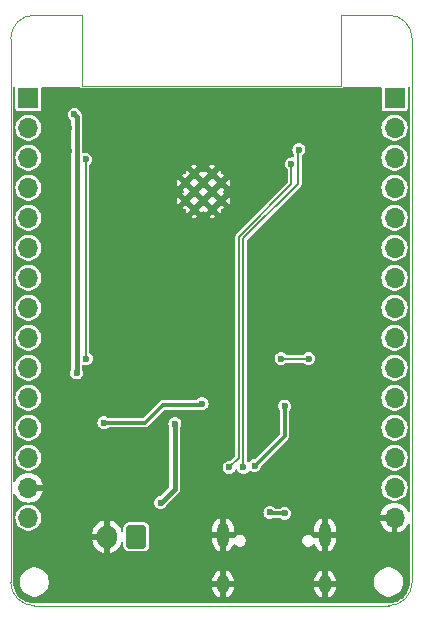
<source format=gbl>
G04 #@! TF.GenerationSoftware,KiCad,Pcbnew,8.0.2*
G04 #@! TF.CreationDate,2024-05-24T09:08:15+10:00*
G04 #@! TF.ProjectId,design,64657369-676e-42e6-9b69-6361645f7063,rev?*
G04 #@! TF.SameCoordinates,Original*
G04 #@! TF.FileFunction,Copper,L2,Bot*
G04 #@! TF.FilePolarity,Positive*
%FSLAX46Y46*%
G04 Gerber Fmt 4.6, Leading zero omitted, Abs format (unit mm)*
G04 Created by KiCad (PCBNEW 8.0.2) date 2024-05-24 09:08:15*
%MOMM*%
%LPD*%
G01*
G04 APERTURE LIST*
G04 Aperture macros list*
%AMRoundRect*
0 Rectangle with rounded corners*
0 $1 Rounding radius*
0 $2 $3 $4 $5 $6 $7 $8 $9 X,Y pos of 4 corners*
0 Add a 4 corners polygon primitive as box body*
4,1,4,$2,$3,$4,$5,$6,$7,$8,$9,$2,$3,0*
0 Add four circle primitives for the rounded corners*
1,1,$1+$1,$2,$3*
1,1,$1+$1,$4,$5*
1,1,$1+$1,$6,$7*
1,1,$1+$1,$8,$9*
0 Add four rect primitives between the rounded corners*
20,1,$1+$1,$2,$3,$4,$5,0*
20,1,$1+$1,$4,$5,$6,$7,0*
20,1,$1+$1,$6,$7,$8,$9,0*
20,1,$1+$1,$8,$9,$2,$3,0*%
G04 Aperture macros list end*
G04 #@! TA.AperFunction,HeatsinkPad*
%ADD10C,0.600000*%
G04 #@! TD*
G04 #@! TA.AperFunction,ComponentPad*
%ADD11RoundRect,0.250000X0.600000X0.750000X-0.600000X0.750000X-0.600000X-0.750000X0.600000X-0.750000X0*%
G04 #@! TD*
G04 #@! TA.AperFunction,ComponentPad*
%ADD12O,1.700000X2.000000*%
G04 #@! TD*
G04 #@! TA.AperFunction,ComponentPad*
%ADD13O,1.000000X2.100000*%
G04 #@! TD*
G04 #@! TA.AperFunction,ComponentPad*
%ADD14O,1.000000X1.600000*%
G04 #@! TD*
G04 #@! TA.AperFunction,ComponentPad*
%ADD15R,1.700000X1.700000*%
G04 #@! TD*
G04 #@! TA.AperFunction,ComponentPad*
%ADD16O,1.700000X1.700000*%
G04 #@! TD*
G04 #@! TA.AperFunction,ViaPad*
%ADD17C,0.600000*%
G04 #@! TD*
G04 #@! TA.AperFunction,Conductor*
%ADD18C,0.406400*%
G04 #@! TD*
G04 #@! TA.AperFunction,Conductor*
%ADD19C,0.304800*%
G04 #@! TD*
G04 #@! TA.AperFunction,Conductor*
%ADD20C,0.152400*%
G04 #@! TD*
G04 #@! TA.AperFunction,Profile*
%ADD21C,0.100000*%
G04 #@! TD*
G04 APERTURE END LIST*
D10*
G04 #@! TO.P,U3,39,GND*
G04 #@! TO.N,GND*
X97795000Y-79177500D03*
X97795000Y-80702500D03*
X98557500Y-78415000D03*
X98557500Y-79940000D03*
X98557500Y-81465000D03*
X99320000Y-79177500D03*
X99320000Y-80702500D03*
X100082500Y-78415000D03*
X100082500Y-79940000D03*
X100082500Y-81465000D03*
X100845000Y-79177500D03*
X100845000Y-80702500D03*
G04 #@! TD*
D11*
G04 #@! TO.P,J4,1,Pin_1*
G04 #@! TO.N,+BATT*
X93650000Y-109167500D03*
D12*
G04 #@! TO.P,J4,2,Pin_2*
G04 #@! TO.N,GND*
X91150000Y-109167500D03*
G04 #@! TD*
D13*
G04 #@! TO.P,J1,S1,SHIELD*
G04 #@! TO.N,GND*
X100980000Y-109000000D03*
D14*
X100980000Y-113180000D03*
D13*
X109620000Y-109000000D03*
D14*
X109620000Y-113180000D03*
G04 #@! TD*
D15*
G04 #@! TO.P,J2,1,Pin_1*
G04 #@! TO.N,/IO36*
X84500000Y-72000000D03*
D16*
G04 #@! TO.P,J2,2,Pin_2*
G04 #@! TO.N,/IO39*
X84500000Y-74540000D03*
G04 #@! TO.P,J2,3,Pin_3*
G04 #@! TO.N,/IO34*
X84500000Y-77080000D03*
G04 #@! TO.P,J2,4,Pin_4*
G04 #@! TO.N,/IO35*
X84500000Y-79620000D03*
G04 #@! TO.P,J2,5,Pin_5*
G04 #@! TO.N,/IO32*
X84500000Y-82160000D03*
G04 #@! TO.P,J2,6,Pin_6*
G04 #@! TO.N,/IO33*
X84500000Y-84700000D03*
G04 #@! TO.P,J2,7,Pin_7*
G04 #@! TO.N,/IO25*
X84500000Y-87240000D03*
G04 #@! TO.P,J2,8,Pin_8*
G04 #@! TO.N,/IO26*
X84500000Y-89780000D03*
G04 #@! TO.P,J2,9,Pin_9*
G04 #@! TO.N,/IO27*
X84500000Y-92320000D03*
G04 #@! TO.P,J2,10,Pin_10*
G04 #@! TO.N,/IO14*
X84500000Y-94860000D03*
G04 #@! TO.P,J2,11,Pin_11*
G04 #@! TO.N,/IO12*
X84500000Y-97400000D03*
G04 #@! TO.P,J2,12,Pin_12*
G04 #@! TO.N,/IO13*
X84500000Y-99940000D03*
G04 #@! TO.P,J2,13,Pin_13*
G04 #@! TO.N,+3.3V*
X84500000Y-102480000D03*
G04 #@! TO.P,J2,14,Pin_14*
G04 #@! TO.N,GND*
X84500000Y-105020000D03*
G04 #@! TO.P,J2,15,Pin_15*
G04 #@! TO.N,/VIN*
X84500000Y-107560000D03*
G04 #@! TD*
D15*
G04 #@! TO.P,J3,1,Pin_1*
G04 #@! TO.N,/IO23*
X115500000Y-72000000D03*
D16*
G04 #@! TO.P,J3,2,Pin_2*
G04 #@! TO.N,/IO22*
X115500000Y-74540000D03*
G04 #@! TO.P,J3,3,Pin_3*
G04 #@! TO.N,/TXD0*
X115500000Y-77080000D03*
G04 #@! TO.P,J3,4,Pin_4*
G04 #@! TO.N,/RXD0*
X115500000Y-79620000D03*
G04 #@! TO.P,J3,5,Pin_5*
G04 #@! TO.N,/IO21*
X115500000Y-82160000D03*
G04 #@! TO.P,J3,6,Pin_6*
G04 #@! TO.N,/IO19*
X115500000Y-84700000D03*
G04 #@! TO.P,J3,7,Pin_7*
G04 #@! TO.N,/IO18*
X115500000Y-87240000D03*
G04 #@! TO.P,J3,8,Pin_8*
G04 #@! TO.N,/IO5*
X115500000Y-89780000D03*
G04 #@! TO.P,J3,9,Pin_9*
G04 #@! TO.N,/IO17*
X115500000Y-92320000D03*
G04 #@! TO.P,J3,10,Pin_10*
G04 #@! TO.N,/IO16*
X115500000Y-94860000D03*
G04 #@! TO.P,J3,11,Pin_11*
G04 #@! TO.N,/IO4*
X115500000Y-97400000D03*
G04 #@! TO.P,J3,12,Pin_12*
G04 #@! TO.N,/IO0*
X115500000Y-99940000D03*
G04 #@! TO.P,J3,13,Pin_13*
G04 #@! TO.N,/IO2*
X115500000Y-102480000D03*
G04 #@! TO.P,J3,14,Pin_14*
G04 #@! TO.N,/IO15*
X115500000Y-105020000D03*
G04 #@! TO.P,J3,15,Pin_15*
G04 #@! TO.N,GND*
X115500000Y-107560000D03*
G04 #@! TD*
D17*
G04 #@! TO.N,+BATT*
X96900000Y-99600000D03*
X95705000Y-106295000D03*
G04 #@! TO.N,GND*
X87900000Y-71800000D03*
X105000000Y-71500000D03*
X102000000Y-71500000D03*
X109000000Y-91400000D03*
X87900000Y-74600000D03*
X98900000Y-102400000D03*
X93980000Y-96901000D03*
X97500000Y-71500000D03*
X89916000Y-98552000D03*
X93000000Y-71500000D03*
X92964000Y-100584000D03*
X109200000Y-101400000D03*
X110500000Y-71500000D03*
X106500000Y-71500000D03*
X110500000Y-91948000D03*
X109200000Y-103100000D03*
X97800000Y-107900000D03*
X103600000Y-101600000D03*
X100200000Y-106300000D03*
X99000000Y-71500000D03*
X96000000Y-71500000D03*
X101500000Y-96100000D03*
X100500000Y-71500000D03*
X112000000Y-71500000D03*
X87900000Y-76500000D03*
X88000000Y-102489000D03*
X88200000Y-104400000D03*
X99300000Y-92500000D03*
X103500000Y-71500000D03*
X93000000Y-94900000D03*
X107600000Y-97000000D03*
X99300000Y-94900000D03*
X93100000Y-92500000D03*
X110998000Y-104775000D03*
X104000000Y-92500000D03*
X90900000Y-96800000D03*
X110300000Y-88600000D03*
X94500000Y-71500000D03*
G04 #@! TO.N,+3.3V*
X88600000Y-95300000D03*
X106200000Y-98100000D03*
X103650000Y-103150000D03*
X99200000Y-97900000D03*
X90900000Y-99500000D03*
X88400000Y-73400000D03*
G04 #@! TO.N,/RESET*
X89342220Y-77213620D03*
X89400000Y-94100000D03*
G04 #@! TO.N,/TXD0*
X102700000Y-103300000D03*
X107400000Y-76400000D03*
G04 #@! TO.N,/RXD0*
X101500000Y-103300000D03*
X106773800Y-77600000D03*
G04 #@! TO.N,/IO0*
X105900000Y-94100000D03*
X108226200Y-94100000D03*
G04 #@! TO.N,/D+*
X104947600Y-107100000D03*
X106200000Y-107200000D03*
G04 #@! TD*
D18*
G04 #@! TO.N,+BATT*
X96900000Y-105100000D02*
X95705000Y-106295000D01*
X96900000Y-99600000D02*
X96900000Y-105100000D01*
D19*
G04 #@! TO.N,+3.3V*
X99100000Y-98000000D02*
X99200000Y-97900000D01*
X90900000Y-99500000D02*
X94400000Y-99500000D01*
X94400000Y-99500000D02*
X95900000Y-98000000D01*
X106200000Y-98100000D02*
X106200000Y-100600000D01*
D18*
X88600000Y-95300000D02*
X88600000Y-73600000D01*
D19*
X106200000Y-100600000D02*
X103650000Y-103150000D01*
X95900000Y-98000000D02*
X99100000Y-98000000D01*
D18*
X88600000Y-73600000D02*
X88400000Y-73400000D01*
D20*
G04 #@! TO.N,/RESET*
X89342220Y-77213620D02*
X89342220Y-94042220D01*
X89342220Y-94042220D02*
X89400000Y-94100000D01*
G04 #@! TO.N,/TXD0*
X102700000Y-83900000D02*
X107300000Y-79300000D01*
X107300000Y-79300000D02*
X107300000Y-76500000D01*
X102700000Y-103300000D02*
X102700000Y-83900000D01*
X107300000Y-76500000D02*
X107400000Y-76400000D01*
G04 #@! TO.N,/RXD0*
X102300000Y-83800000D02*
X106773800Y-79326200D01*
X102300000Y-102500000D02*
X101500000Y-103300000D01*
X106773800Y-77600000D02*
X106773800Y-79326200D01*
X102300000Y-83800000D02*
X102300000Y-102500000D01*
G04 #@! TO.N,/IO0*
X105900000Y-94100000D02*
X108226200Y-94100000D01*
D19*
G04 #@! TO.N,/D+*
X105047600Y-107200000D02*
X104947600Y-107100000D01*
X106200000Y-107200000D02*
X105047600Y-107200000D01*
G04 #@! TD*
G04 #@! TA.AperFunction,Conductor*
G04 #@! TO.N,GND*
G36*
X83358691Y-71068907D02*
G01*
X83394655Y-71118407D01*
X83399500Y-71149000D01*
X83399500Y-72874672D01*
X83399501Y-72874684D01*
X83414033Y-72947736D01*
X83414035Y-72947742D01*
X83469397Y-73030599D01*
X83469399Y-73030601D01*
X83552260Y-73085966D01*
X83607808Y-73097015D01*
X83625315Y-73100498D01*
X83625320Y-73100498D01*
X83625326Y-73100500D01*
X83625327Y-73100500D01*
X85374673Y-73100500D01*
X85374674Y-73100500D01*
X85447740Y-73085966D01*
X85530601Y-73030601D01*
X85585966Y-72947740D01*
X85600500Y-72874674D01*
X85600500Y-71149000D01*
X85619407Y-71090809D01*
X85668907Y-71054845D01*
X85699500Y-71050000D01*
X88737541Y-71050000D01*
X88795732Y-71068907D01*
X88824569Y-71105488D01*
X88824605Y-71105465D01*
X88824904Y-71105912D01*
X88829005Y-71111115D01*
X88830024Y-71113574D01*
X88886426Y-71169976D01*
X88886427Y-71169976D01*
X88886428Y-71169977D01*
X88960117Y-71200500D01*
X88960118Y-71200500D01*
X111039883Y-71200500D01*
X111086351Y-71181251D01*
X111113574Y-71169976D01*
X111169976Y-71113574D01*
X111170994Y-71111115D01*
X111173866Y-71107753D01*
X111175395Y-71105465D01*
X111175665Y-71105645D01*
X111210730Y-71064589D01*
X111262459Y-71050000D01*
X114300500Y-71050000D01*
X114358691Y-71068907D01*
X114394655Y-71118407D01*
X114399500Y-71149000D01*
X114399500Y-72874672D01*
X114399501Y-72874684D01*
X114414033Y-72947736D01*
X114414035Y-72947742D01*
X114469397Y-73030599D01*
X114469399Y-73030601D01*
X114552260Y-73085966D01*
X114607808Y-73097015D01*
X114625315Y-73100498D01*
X114625320Y-73100498D01*
X114625326Y-73100500D01*
X114625327Y-73100500D01*
X116374673Y-73100500D01*
X116374674Y-73100500D01*
X116447740Y-73085966D01*
X116530601Y-73030601D01*
X116585966Y-72947740D01*
X116600500Y-72874674D01*
X116600500Y-71149000D01*
X116619407Y-71090809D01*
X116668907Y-71054845D01*
X116699500Y-71050000D01*
X116700500Y-71050000D01*
X116758691Y-71068907D01*
X116794655Y-71118407D01*
X116799500Y-71149000D01*
X116799500Y-74495331D01*
X116786205Y-74536247D01*
X116799500Y-74584668D01*
X116799500Y-77035331D01*
X116786205Y-77076247D01*
X116799500Y-77124668D01*
X116799500Y-79575331D01*
X116786205Y-79616247D01*
X116799500Y-79664668D01*
X116799500Y-82115331D01*
X116786205Y-82156247D01*
X116799500Y-82204668D01*
X116799500Y-84655331D01*
X116786205Y-84696247D01*
X116799500Y-84744668D01*
X116799500Y-87195331D01*
X116786205Y-87236247D01*
X116799500Y-87284668D01*
X116799500Y-89735331D01*
X116786205Y-89776247D01*
X116799500Y-89824668D01*
X116799500Y-92275331D01*
X116786205Y-92316247D01*
X116799500Y-92364668D01*
X116799500Y-94815331D01*
X116786205Y-94856247D01*
X116799500Y-94904668D01*
X116799500Y-97355331D01*
X116786205Y-97396247D01*
X116799500Y-97444668D01*
X116799500Y-99895331D01*
X116786205Y-99936247D01*
X116799500Y-99984668D01*
X116799500Y-102435331D01*
X116786205Y-102476247D01*
X116799500Y-102524668D01*
X116799500Y-104975331D01*
X116786205Y-105016247D01*
X116799500Y-105064668D01*
X116799500Y-106942473D01*
X116780593Y-107000664D01*
X116731093Y-107036628D01*
X116669907Y-107036628D01*
X116620407Y-107000664D01*
X116610776Y-106984313D01*
X116586670Y-106932619D01*
X116586668Y-106932615D01*
X116461216Y-106753450D01*
X116306549Y-106598783D01*
X116127386Y-106473332D01*
X115929157Y-106380897D01*
X115717881Y-106324286D01*
X115616836Y-106315446D01*
X115560515Y-106291539D01*
X115529002Y-106239093D01*
X115534335Y-106178140D01*
X115574477Y-106131963D01*
X115607270Y-106119510D01*
X115802456Y-106083024D01*
X115992637Y-106009348D01*
X116166041Y-105901981D01*
X116316764Y-105764579D01*
X116439673Y-105601821D01*
X116530582Y-105419250D01*
X116586397Y-105223083D01*
X116601922Y-105055531D01*
X116616202Y-105022364D01*
X116601922Y-104984466D01*
X116599115Y-104954174D01*
X116586397Y-104816917D01*
X116530582Y-104620750D01*
X116439673Y-104438179D01*
X116316764Y-104275421D01*
X116166041Y-104138019D01*
X115992637Y-104030652D01*
X115802456Y-103956976D01*
X115802455Y-103956975D01*
X115802453Y-103956975D01*
X115601976Y-103919500D01*
X115398024Y-103919500D01*
X115197546Y-103956975D01*
X115127632Y-103984059D01*
X115007363Y-104030652D01*
X114833959Y-104138019D01*
X114683237Y-104275420D01*
X114560328Y-104438177D01*
X114560323Y-104438186D01*
X114469419Y-104620747D01*
X114469418Y-104620750D01*
X114413603Y-104816917D01*
X114394785Y-105020000D01*
X114413603Y-105223083D01*
X114469418Y-105419250D01*
X114560327Y-105601821D01*
X114683236Y-105764579D01*
X114833959Y-105901981D01*
X115007363Y-106009348D01*
X115197544Y-106083024D01*
X115392726Y-106119509D01*
X115446451Y-106148786D01*
X115472707Y-106204052D01*
X115461464Y-106264195D01*
X115417017Y-106306244D01*
X115383163Y-106315446D01*
X115282118Y-106324286D01*
X115070842Y-106380897D01*
X114872614Y-106473332D01*
X114693450Y-106598783D01*
X114538783Y-106753450D01*
X114413332Y-106932614D01*
X114320897Y-107130843D01*
X114272892Y-107310000D01*
X115066988Y-107310000D01*
X115034075Y-107367007D01*
X115000000Y-107494174D01*
X115000000Y-107625826D01*
X115034075Y-107752993D01*
X115066988Y-107810000D01*
X114272892Y-107810000D01*
X114320897Y-107989156D01*
X114413332Y-108187386D01*
X114538783Y-108366549D01*
X114693450Y-108521216D01*
X114872613Y-108646667D01*
X115070844Y-108739103D01*
X115250000Y-108787106D01*
X115250000Y-107993012D01*
X115307007Y-108025925D01*
X115434174Y-108060000D01*
X115565826Y-108060000D01*
X115692993Y-108025925D01*
X115750000Y-107993012D01*
X115750000Y-108787105D01*
X115929155Y-108739103D01*
X116127386Y-108646667D01*
X116306549Y-108521216D01*
X116461216Y-108366549D01*
X116586668Y-108187385D01*
X116586669Y-108187383D01*
X116610775Y-108135688D01*
X116652503Y-108090939D01*
X116712564Y-108079264D01*
X116768017Y-108105121D01*
X116797681Y-108158635D01*
X116799500Y-108177526D01*
X116799500Y-112996759D01*
X116799288Y-113003234D01*
X116784529Y-113228405D01*
X116782839Y-113241244D01*
X116739449Y-113459382D01*
X116736097Y-113471891D01*
X116664604Y-113682500D01*
X116659648Y-113694463D01*
X116561284Y-113893926D01*
X116554809Y-113905142D01*
X116431242Y-114090072D01*
X116423359Y-114100345D01*
X116276717Y-114267560D01*
X116267560Y-114276717D01*
X116100345Y-114423359D01*
X116090072Y-114431242D01*
X115905142Y-114554809D01*
X115893926Y-114561284D01*
X115694463Y-114659648D01*
X115682500Y-114664604D01*
X115471891Y-114736097D01*
X115459382Y-114739449D01*
X115241244Y-114782839D01*
X115228405Y-114784529D01*
X115003234Y-114799288D01*
X114996759Y-114799500D01*
X85003241Y-114799500D01*
X84996766Y-114799288D01*
X84771594Y-114784529D01*
X84758755Y-114782839D01*
X84540617Y-114739449D01*
X84528108Y-114736097D01*
X84317499Y-114664604D01*
X84305536Y-114659648D01*
X84106073Y-114561284D01*
X84094857Y-114554809D01*
X83909927Y-114431242D01*
X83899654Y-114423359D01*
X83732439Y-114276717D01*
X83723282Y-114267560D01*
X83576640Y-114100345D01*
X83568757Y-114090072D01*
X83445190Y-113905142D01*
X83438715Y-113893926D01*
X83340351Y-113694463D01*
X83335395Y-113682500D01*
X83263902Y-113471891D01*
X83260550Y-113459382D01*
X83254706Y-113430000D01*
X83217159Y-113241237D01*
X83215470Y-113228405D01*
X83206847Y-113096845D01*
X83200712Y-113003234D01*
X83200500Y-112996759D01*
X83200500Y-112903154D01*
X83769500Y-112903154D01*
X83769500Y-113096845D01*
X83799797Y-113288138D01*
X83859651Y-113472348D01*
X83922550Y-113595796D01*
X83947582Y-113644923D01*
X84061427Y-113801617D01*
X84198383Y-113938573D01*
X84355077Y-114052418D01*
X84527652Y-114140349D01*
X84711857Y-114200201D01*
X84711858Y-114200201D01*
X84711861Y-114200202D01*
X84903155Y-114230500D01*
X84903158Y-114230500D01*
X85096845Y-114230500D01*
X85288138Y-114200202D01*
X85288139Y-114200201D01*
X85288143Y-114200201D01*
X85472348Y-114140349D01*
X85644923Y-114052418D01*
X85801617Y-113938573D01*
X85938573Y-113801617D01*
X86052418Y-113644923D01*
X86140349Y-113472348D01*
X86200201Y-113288143D01*
X86209663Y-113228405D01*
X86230500Y-113096845D01*
X86230500Y-112903154D01*
X86212793Y-112791355D01*
X100080000Y-112791355D01*
X100080000Y-112929999D01*
X100080001Y-112930000D01*
X100680000Y-112930000D01*
X100680000Y-113430000D01*
X100080001Y-113430000D01*
X100080000Y-113430001D01*
X100080000Y-113568644D01*
X100114586Y-113742519D01*
X100114586Y-113742521D01*
X100182429Y-113906308D01*
X100280923Y-114053715D01*
X100406284Y-114179076D01*
X100553689Y-114277569D01*
X100717476Y-114345413D01*
X100730000Y-114347903D01*
X100730000Y-113646988D01*
X100739940Y-113664205D01*
X100795795Y-113720060D01*
X100864204Y-113759556D01*
X100940504Y-113780000D01*
X101019496Y-113780000D01*
X101095796Y-113759556D01*
X101164205Y-113720060D01*
X101220060Y-113664205D01*
X101230000Y-113646988D01*
X101230000Y-114347903D01*
X101242523Y-114345413D01*
X101406310Y-114277569D01*
X101553715Y-114179076D01*
X101679076Y-114053715D01*
X101777570Y-113906308D01*
X101845413Y-113742521D01*
X101845413Y-113742519D01*
X101879999Y-113568644D01*
X101880000Y-113568641D01*
X101880000Y-113430001D01*
X101879999Y-113430000D01*
X101280000Y-113430000D01*
X101280000Y-112930000D01*
X101879999Y-112930000D01*
X101880000Y-112929999D01*
X101880000Y-112791358D01*
X101879999Y-112791355D01*
X108720000Y-112791355D01*
X108720000Y-112929999D01*
X108720001Y-112930000D01*
X109320000Y-112930000D01*
X109320000Y-113430000D01*
X108720001Y-113430000D01*
X108720000Y-113430001D01*
X108720000Y-113568644D01*
X108754586Y-113742519D01*
X108754586Y-113742521D01*
X108822429Y-113906308D01*
X108920923Y-114053715D01*
X109046284Y-114179076D01*
X109193689Y-114277569D01*
X109357476Y-114345413D01*
X109370000Y-114347903D01*
X109370000Y-113646988D01*
X109379940Y-113664205D01*
X109435795Y-113720060D01*
X109504204Y-113759556D01*
X109580504Y-113780000D01*
X109659496Y-113780000D01*
X109735796Y-113759556D01*
X109804205Y-113720060D01*
X109860060Y-113664205D01*
X109870000Y-113646988D01*
X109870000Y-114347903D01*
X109882523Y-114345413D01*
X110046310Y-114277569D01*
X110193715Y-114179076D01*
X110319076Y-114053715D01*
X110417570Y-113906308D01*
X110485413Y-113742521D01*
X110485413Y-113742519D01*
X110519999Y-113568644D01*
X110520000Y-113568641D01*
X110520000Y-113430001D01*
X110519999Y-113430000D01*
X109920000Y-113430000D01*
X109920000Y-112930000D01*
X110519999Y-112930000D01*
X110520000Y-112929999D01*
X110520000Y-112903154D01*
X113769500Y-112903154D01*
X113769500Y-113096845D01*
X113799797Y-113288138D01*
X113859651Y-113472348D01*
X113922550Y-113595796D01*
X113947582Y-113644923D01*
X114061427Y-113801617D01*
X114198383Y-113938573D01*
X114355077Y-114052418D01*
X114527652Y-114140349D01*
X114711857Y-114200201D01*
X114711858Y-114200201D01*
X114711861Y-114200202D01*
X114903155Y-114230500D01*
X114903158Y-114230500D01*
X115096845Y-114230500D01*
X115288138Y-114200202D01*
X115288139Y-114200201D01*
X115288143Y-114200201D01*
X115472348Y-114140349D01*
X115644923Y-114052418D01*
X115801617Y-113938573D01*
X115938573Y-113801617D01*
X116052418Y-113644923D01*
X116140349Y-113472348D01*
X116200201Y-113288143D01*
X116209663Y-113228405D01*
X116230500Y-113096845D01*
X116230500Y-112903154D01*
X116200202Y-112711861D01*
X116194982Y-112695795D01*
X116140349Y-112527652D01*
X116052418Y-112355077D01*
X115938573Y-112198383D01*
X115801617Y-112061427D01*
X115644923Y-111947582D01*
X115644922Y-111947581D01*
X115644920Y-111947580D01*
X115472348Y-111859651D01*
X115288138Y-111799797D01*
X115096845Y-111769500D01*
X115096842Y-111769500D01*
X114903158Y-111769500D01*
X114903155Y-111769500D01*
X114711861Y-111799797D01*
X114527651Y-111859651D01*
X114355079Y-111947580D01*
X114198384Y-112061426D01*
X114061426Y-112198384D01*
X113947580Y-112355079D01*
X113859651Y-112527651D01*
X113799797Y-112711861D01*
X113769500Y-112903154D01*
X110520000Y-112903154D01*
X110520000Y-112791358D01*
X110519999Y-112791355D01*
X110485413Y-112617480D01*
X110485413Y-112617478D01*
X110417570Y-112453691D01*
X110319076Y-112306284D01*
X110193715Y-112180923D01*
X110046310Y-112082430D01*
X109882521Y-112014586D01*
X109870000Y-112012095D01*
X109870000Y-112713011D01*
X109860060Y-112695795D01*
X109804205Y-112639940D01*
X109735796Y-112600444D01*
X109659496Y-112580000D01*
X109580504Y-112580000D01*
X109504204Y-112600444D01*
X109435795Y-112639940D01*
X109379940Y-112695795D01*
X109370000Y-112713011D01*
X109370000Y-112012095D01*
X109369999Y-112012095D01*
X109357478Y-112014586D01*
X109193689Y-112082430D01*
X109046284Y-112180923D01*
X108920923Y-112306284D01*
X108822429Y-112453691D01*
X108754586Y-112617478D01*
X108754586Y-112617480D01*
X108720000Y-112791355D01*
X101879999Y-112791355D01*
X101845413Y-112617480D01*
X101845413Y-112617478D01*
X101777570Y-112453691D01*
X101679076Y-112306284D01*
X101553715Y-112180923D01*
X101406310Y-112082430D01*
X101242521Y-112014586D01*
X101230000Y-112012095D01*
X101230000Y-112713011D01*
X101220060Y-112695795D01*
X101164205Y-112639940D01*
X101095796Y-112600444D01*
X101019496Y-112580000D01*
X100940504Y-112580000D01*
X100864204Y-112600444D01*
X100795795Y-112639940D01*
X100739940Y-112695795D01*
X100730000Y-112713011D01*
X100730000Y-112012095D01*
X100729999Y-112012095D01*
X100717478Y-112014586D01*
X100553689Y-112082430D01*
X100406284Y-112180923D01*
X100280923Y-112306284D01*
X100182429Y-112453691D01*
X100114586Y-112617478D01*
X100114586Y-112617480D01*
X100080000Y-112791355D01*
X86212793Y-112791355D01*
X86200202Y-112711861D01*
X86194982Y-112695795D01*
X86140349Y-112527652D01*
X86052418Y-112355077D01*
X85938573Y-112198383D01*
X85801617Y-112061427D01*
X85644923Y-111947582D01*
X85644922Y-111947581D01*
X85644920Y-111947580D01*
X85472348Y-111859651D01*
X85288138Y-111799797D01*
X85096845Y-111769500D01*
X85096842Y-111769500D01*
X84903158Y-111769500D01*
X84903155Y-111769500D01*
X84711861Y-111799797D01*
X84527651Y-111859651D01*
X84355079Y-111947580D01*
X84198384Y-112061426D01*
X84061426Y-112198384D01*
X83947580Y-112355079D01*
X83859651Y-112527651D01*
X83799797Y-112711861D01*
X83769500Y-112903154D01*
X83200500Y-112903154D01*
X83200500Y-108917500D01*
X89900257Y-108917500D01*
X90716988Y-108917500D01*
X90684075Y-108974507D01*
X90650000Y-109101674D01*
X90650000Y-109233326D01*
X90684075Y-109360493D01*
X90716988Y-109417500D01*
X89900257Y-109417500D01*
X89930778Y-109610210D01*
X89930779Y-109610214D01*
X89991576Y-109797326D01*
X89991578Y-109797329D01*
X90080903Y-109972642D01*
X90080907Y-109972648D01*
X90196549Y-110131814D01*
X90335685Y-110270950D01*
X90494851Y-110386592D01*
X90494857Y-110386596D01*
X90670166Y-110475919D01*
X90857295Y-110536722D01*
X90899999Y-110543485D01*
X90900000Y-110543484D01*
X90900000Y-109600512D01*
X90957007Y-109633425D01*
X91084174Y-109667500D01*
X91215826Y-109667500D01*
X91342993Y-109633425D01*
X91400000Y-109600512D01*
X91400000Y-110543485D01*
X91442704Y-110536722D01*
X91629833Y-110475919D01*
X91805142Y-110386596D01*
X91805148Y-110386592D01*
X91964314Y-110270950D01*
X92103450Y-110131814D01*
X92219092Y-109972648D01*
X92219096Y-109972642D01*
X92308419Y-109797333D01*
X92356345Y-109649834D01*
X92392309Y-109600334D01*
X92450500Y-109581427D01*
X92508691Y-109600334D01*
X92544655Y-109649834D01*
X92549500Y-109680427D01*
X92549500Y-109965366D01*
X92549500Y-109965369D01*
X92549501Y-109965372D01*
X92550283Y-109972642D01*
X92555908Y-110024980D01*
X92555909Y-110024985D01*
X92606202Y-110159829D01*
X92692450Y-110275041D01*
X92692454Y-110275046D01*
X92692457Y-110275048D01*
X92692458Y-110275049D01*
X92807670Y-110361297D01*
X92942511Y-110411589D01*
X92942512Y-110411589D01*
X92942517Y-110411591D01*
X93002127Y-110418000D01*
X94297872Y-110417999D01*
X94357483Y-110411591D01*
X94424907Y-110386443D01*
X94492329Y-110361297D01*
X94492329Y-110361296D01*
X94492331Y-110361296D01*
X94607546Y-110275046D01*
X94693796Y-110159831D01*
X94707267Y-110123715D01*
X94744089Y-110024988D01*
X94744090Y-110024985D01*
X94744091Y-110024983D01*
X94750500Y-109965373D01*
X94750499Y-108369628D01*
X94749610Y-108361355D01*
X100080000Y-108361355D01*
X100080000Y-108749999D01*
X100080001Y-108750000D01*
X100680000Y-108750000D01*
X100680000Y-109250000D01*
X100080001Y-109250000D01*
X100080000Y-109250001D01*
X100080000Y-109638644D01*
X100114586Y-109812519D01*
X100114586Y-109812521D01*
X100182429Y-109976308D01*
X100280923Y-110123715D01*
X100406284Y-110249076D01*
X100553689Y-110347569D01*
X100717476Y-110415413D01*
X100730000Y-110417903D01*
X100730000Y-109716988D01*
X100739940Y-109734205D01*
X100795795Y-109790060D01*
X100864204Y-109829556D01*
X100940504Y-109850000D01*
X101019496Y-109850000D01*
X101095796Y-109829556D01*
X101164205Y-109790060D01*
X101220060Y-109734205D01*
X101230000Y-109716988D01*
X101230000Y-110417903D01*
X101242523Y-110415413D01*
X101406310Y-110347569D01*
X101553715Y-110249076D01*
X101679076Y-110123715D01*
X101777570Y-109976309D01*
X101836489Y-109834065D01*
X101876225Y-109787539D01*
X101935720Y-109773255D01*
X101992248Y-109796669D01*
X102000909Y-109805796D01*
X102000911Y-109805795D01*
X102005497Y-109810381D01*
X102005499Y-109810384D01*
X102099616Y-109904501D01*
X102099618Y-109904502D01*
X102214880Y-109971049D01*
X102214878Y-109971049D01*
X102214882Y-109971050D01*
X102214884Y-109971051D01*
X102343450Y-110005500D01*
X102343452Y-110005500D01*
X102476548Y-110005500D01*
X102476550Y-110005500D01*
X102605116Y-109971051D01*
X102605118Y-109971049D01*
X102605120Y-109971049D01*
X102639362Y-109951278D01*
X102720384Y-109904501D01*
X102814501Y-109810384D01*
X102881051Y-109695116D01*
X102915500Y-109566550D01*
X102915500Y-109433450D01*
X107684500Y-109433450D01*
X107684500Y-109566550D01*
X107706816Y-109649834D01*
X107718950Y-109695120D01*
X107782850Y-109805796D01*
X107785499Y-109810384D01*
X107879616Y-109904501D01*
X107879618Y-109904502D01*
X107994880Y-109971049D01*
X107994878Y-109971049D01*
X107994882Y-109971050D01*
X107994884Y-109971051D01*
X108123450Y-110005500D01*
X108123452Y-110005500D01*
X108256548Y-110005500D01*
X108256550Y-110005500D01*
X108385116Y-109971051D01*
X108385118Y-109971049D01*
X108385120Y-109971049D01*
X108419362Y-109951278D01*
X108500384Y-109904501D01*
X108594501Y-109810384D01*
X108594502Y-109810381D01*
X108599089Y-109805795D01*
X108600304Y-109807010D01*
X108643922Y-109777029D01*
X108705086Y-109778626D01*
X108753630Y-109815870D01*
X108763510Y-109834064D01*
X108822430Y-109976310D01*
X108920923Y-110123715D01*
X109046284Y-110249076D01*
X109193689Y-110347569D01*
X109357476Y-110415413D01*
X109370000Y-110417903D01*
X109370000Y-109716988D01*
X109379940Y-109734205D01*
X109435795Y-109790060D01*
X109504204Y-109829556D01*
X109580504Y-109850000D01*
X109659496Y-109850000D01*
X109735796Y-109829556D01*
X109804205Y-109790060D01*
X109860060Y-109734205D01*
X109870000Y-109716988D01*
X109870000Y-110417903D01*
X109882523Y-110415413D01*
X110046310Y-110347569D01*
X110193715Y-110249076D01*
X110319076Y-110123715D01*
X110417570Y-109976308D01*
X110485413Y-109812521D01*
X110485413Y-109812519D01*
X110519999Y-109638644D01*
X110520000Y-109638641D01*
X110520000Y-109250001D01*
X110519999Y-109250000D01*
X109920000Y-109250000D01*
X109920000Y-108750000D01*
X110519999Y-108750000D01*
X110520000Y-108749999D01*
X110520000Y-108361358D01*
X110519999Y-108361355D01*
X110485413Y-108187480D01*
X110485413Y-108187478D01*
X110417570Y-108023691D01*
X110319076Y-107876284D01*
X110193715Y-107750923D01*
X110046310Y-107652430D01*
X109882521Y-107584586D01*
X109870000Y-107582095D01*
X109870000Y-108283011D01*
X109860060Y-108265795D01*
X109804205Y-108209940D01*
X109735796Y-108170444D01*
X109659496Y-108150000D01*
X109580504Y-108150000D01*
X109504204Y-108170444D01*
X109435795Y-108209940D01*
X109379940Y-108265795D01*
X109370000Y-108283011D01*
X109370000Y-107582095D01*
X109369999Y-107582095D01*
X109357478Y-107584586D01*
X109193689Y-107652430D01*
X109046284Y-107750923D01*
X108920923Y-107876284D01*
X108822429Y-108023691D01*
X108754586Y-108187478D01*
X108754586Y-108187480D01*
X108720000Y-108361355D01*
X108720000Y-108749999D01*
X108720001Y-108750000D01*
X109320000Y-108750000D01*
X109320000Y-109250000D01*
X108686521Y-109250000D01*
X108628330Y-109231093D01*
X108600786Y-109200502D01*
X108594501Y-109189616D01*
X108500384Y-109095499D01*
X108500381Y-109095497D01*
X108385119Y-109028950D01*
X108385121Y-109028950D01*
X108335235Y-109015583D01*
X108256550Y-108994500D01*
X108123450Y-108994500D01*
X108044764Y-109015583D01*
X107994879Y-109028950D01*
X107879618Y-109095497D01*
X107785497Y-109189618D01*
X107718950Y-109304879D01*
X107718949Y-109304884D01*
X107684500Y-109433450D01*
X102915500Y-109433450D01*
X102881051Y-109304884D01*
X102881049Y-109304881D01*
X102881049Y-109304879D01*
X102814502Y-109189618D01*
X102814501Y-109189616D01*
X102720384Y-109095499D01*
X102720381Y-109095497D01*
X102605119Y-109028950D01*
X102605121Y-109028950D01*
X102555235Y-109015583D01*
X102476550Y-108994500D01*
X102343450Y-108994500D01*
X102264764Y-109015583D01*
X102214879Y-109028950D01*
X102099618Y-109095497D01*
X102099616Y-109095499D01*
X102005499Y-109189616D01*
X101999214Y-109200501D01*
X101953746Y-109241441D01*
X101913479Y-109250000D01*
X101280000Y-109250000D01*
X101280000Y-108750000D01*
X101879999Y-108750000D01*
X101880000Y-108749999D01*
X101880000Y-108361358D01*
X101879999Y-108361355D01*
X101845413Y-108187480D01*
X101845413Y-108187478D01*
X101777570Y-108023691D01*
X101679076Y-107876284D01*
X101553715Y-107750923D01*
X101406310Y-107652430D01*
X101242521Y-107584586D01*
X101230000Y-107582095D01*
X101230000Y-108283011D01*
X101220060Y-108265795D01*
X101164205Y-108209940D01*
X101095796Y-108170444D01*
X101019496Y-108150000D01*
X100940504Y-108150000D01*
X100864204Y-108170444D01*
X100795795Y-108209940D01*
X100739940Y-108265795D01*
X100730000Y-108283011D01*
X100730000Y-107582095D01*
X100729999Y-107582095D01*
X100717478Y-107584586D01*
X100553689Y-107652430D01*
X100406284Y-107750923D01*
X100280923Y-107876284D01*
X100182429Y-108023691D01*
X100114586Y-108187478D01*
X100114586Y-108187480D01*
X100080000Y-108361355D01*
X94749610Y-108361355D01*
X94744091Y-108310017D01*
X94742063Y-108304579D01*
X94693797Y-108175170D01*
X94607549Y-108059958D01*
X94607548Y-108059957D01*
X94607546Y-108059954D01*
X94607541Y-108059950D01*
X94492329Y-107973702D01*
X94357488Y-107923410D01*
X94357483Y-107923409D01*
X94357481Y-107923408D01*
X94357477Y-107923408D01*
X94326249Y-107920050D01*
X94297873Y-107917000D01*
X94297870Y-107917000D01*
X93002133Y-107917000D01*
X93002129Y-107917000D01*
X93002128Y-107917001D01*
X92994949Y-107917772D01*
X92942519Y-107923408D01*
X92942514Y-107923409D01*
X92807670Y-107973702D01*
X92692458Y-108059950D01*
X92692450Y-108059958D01*
X92606202Y-108175170D01*
X92555910Y-108310011D01*
X92555908Y-108310022D01*
X92549500Y-108369629D01*
X92549500Y-108654570D01*
X92530593Y-108712761D01*
X92481093Y-108748725D01*
X92419907Y-108748725D01*
X92370407Y-108712761D01*
X92356346Y-108685163D01*
X92308423Y-108537673D01*
X92308421Y-108537670D01*
X92219096Y-108362357D01*
X92219092Y-108362351D01*
X92103450Y-108203185D01*
X91964314Y-108064049D01*
X91805148Y-107948407D01*
X91805142Y-107948403D01*
X91629833Y-107859080D01*
X91442706Y-107798279D01*
X91400000Y-107791514D01*
X91400000Y-108734488D01*
X91342993Y-108701575D01*
X91215826Y-108667500D01*
X91084174Y-108667500D01*
X90957007Y-108701575D01*
X90900000Y-108734488D01*
X90900000Y-107791514D01*
X90899999Y-107791514D01*
X90857293Y-107798279D01*
X90670166Y-107859080D01*
X90494857Y-107948403D01*
X90494851Y-107948407D01*
X90335685Y-108064049D01*
X90196549Y-108203185D01*
X90080907Y-108362351D01*
X90080903Y-108362357D01*
X89991578Y-108537670D01*
X89991576Y-108537673D01*
X89930779Y-108724785D01*
X89930778Y-108724789D01*
X89900257Y-108917500D01*
X83200500Y-108917500D01*
X83200500Y-107604668D01*
X83213794Y-107563750D01*
X83200500Y-107515331D01*
X83200500Y-105637526D01*
X83219407Y-105579335D01*
X83268907Y-105543371D01*
X83330093Y-105543371D01*
X83379593Y-105579335D01*
X83389225Y-105595688D01*
X83413330Y-105647383D01*
X83413331Y-105647385D01*
X83538783Y-105826549D01*
X83693450Y-105981216D01*
X83872613Y-106106667D01*
X84070842Y-106199102D01*
X84282118Y-106255713D01*
X84383162Y-106264553D01*
X84439483Y-106288459D01*
X84470997Y-106340905D01*
X84465664Y-106401858D01*
X84425523Y-106448035D01*
X84392725Y-106460490D01*
X84197546Y-106496975D01*
X84127632Y-106524059D01*
X84007363Y-106570652D01*
X83833959Y-106678019D01*
X83703371Y-106797066D01*
X83683236Y-106815421D01*
X83671223Y-106831329D01*
X83560328Y-106978177D01*
X83560323Y-106978186D01*
X83469419Y-107160747D01*
X83469418Y-107160750D01*
X83413603Y-107356917D01*
X83401029Y-107492622D01*
X83398078Y-107524466D01*
X83383797Y-107557634D01*
X83398077Y-107595531D01*
X83413603Y-107763083D01*
X83459220Y-107923409D01*
X83469419Y-107959252D01*
X83529177Y-108079264D01*
X83560327Y-108141821D01*
X83683236Y-108304579D01*
X83833959Y-108441981D01*
X84007363Y-108549348D01*
X84197544Y-108623024D01*
X84398024Y-108660500D01*
X84601976Y-108660500D01*
X84802456Y-108623024D01*
X84992637Y-108549348D01*
X85166041Y-108441981D01*
X85316764Y-108304579D01*
X85439673Y-108141821D01*
X85530582Y-107959250D01*
X85586397Y-107763083D01*
X85605215Y-107560000D01*
X85586397Y-107356917D01*
X85530582Y-107160750D01*
X85500332Y-107099999D01*
X104392350Y-107099999D01*
X104392350Y-107100000D01*
X104411269Y-107243708D01*
X104411270Y-107243709D01*
X104458161Y-107356917D01*
X104466739Y-107377625D01*
X104554979Y-107492621D01*
X104669975Y-107580861D01*
X104803891Y-107636330D01*
X104947600Y-107655250D01*
X105091309Y-107636330D01*
X105153824Y-107610435D01*
X105191708Y-107602900D01*
X105787168Y-107602900D01*
X105845359Y-107621807D01*
X105847435Y-107623358D01*
X105885323Y-107652430D01*
X105922375Y-107680861D01*
X106056291Y-107736330D01*
X106200000Y-107755250D01*
X106343709Y-107736330D01*
X106477625Y-107680861D01*
X106592621Y-107592621D01*
X106680861Y-107477625D01*
X106736330Y-107343709D01*
X106755250Y-107200000D01*
X106736330Y-107056291D01*
X106680861Y-106922375D01*
X106592621Y-106807379D01*
X106477625Y-106719139D01*
X106477621Y-106719137D01*
X106343709Y-106663670D01*
X106343708Y-106663669D01*
X106200000Y-106644750D01*
X106056291Y-106663669D01*
X106056290Y-106663670D01*
X105922378Y-106719137D01*
X105922370Y-106719142D01*
X105847435Y-106776642D01*
X105789760Y-106797066D01*
X105787168Y-106797100D01*
X105457888Y-106797100D01*
X105399697Y-106778193D01*
X105379348Y-106758370D01*
X105340221Y-106707379D01*
X105225225Y-106619139D01*
X105225221Y-106619137D01*
X105091309Y-106563670D01*
X105091308Y-106563669D01*
X104947600Y-106544750D01*
X104803891Y-106563669D01*
X104803890Y-106563670D01*
X104669978Y-106619137D01*
X104669974Y-106619139D01*
X104554981Y-106707377D01*
X104554977Y-106707381D01*
X104466739Y-106822374D01*
X104466737Y-106822378D01*
X104411270Y-106956290D01*
X104411269Y-106956291D01*
X104392350Y-107099999D01*
X85500332Y-107099999D01*
X85439673Y-106978179D01*
X85316764Y-106815421D01*
X85166041Y-106678019D01*
X84992637Y-106570652D01*
X84802456Y-106496976D01*
X84802455Y-106496975D01*
X84802453Y-106496975D01*
X84607274Y-106460490D01*
X84553548Y-106431212D01*
X84527292Y-106375947D01*
X84538535Y-106315803D01*
X84560525Y-106294999D01*
X95149750Y-106294999D01*
X95149750Y-106295000D01*
X95168669Y-106438708D01*
X95168670Y-106438709D01*
X95223321Y-106570652D01*
X95224139Y-106572625D01*
X95312379Y-106687621D01*
X95427375Y-106775861D01*
X95561291Y-106831330D01*
X95705000Y-106850250D01*
X95848709Y-106831330D01*
X95982625Y-106775861D01*
X96097621Y-106687621D01*
X96185861Y-106572625D01*
X96241330Y-106438709D01*
X96242766Y-106427794D01*
X96269104Y-106372572D01*
X96270878Y-106370749D01*
X97263050Y-105378578D01*
X97322781Y-105275122D01*
X97332483Y-105238913D01*
X97353700Y-105159731D01*
X97353700Y-103299999D01*
X100944750Y-103299999D01*
X100944750Y-103300000D01*
X100963669Y-103443708D01*
X100963670Y-103443709D01*
X101019137Y-103577621D01*
X101019139Y-103577625D01*
X101107379Y-103692621D01*
X101222375Y-103780861D01*
X101356291Y-103836330D01*
X101500000Y-103855250D01*
X101643709Y-103836330D01*
X101777625Y-103780861D01*
X101892621Y-103692621D01*
X101980861Y-103577625D01*
X102008536Y-103510809D01*
X102048272Y-103464284D01*
X102107766Y-103450000D01*
X102164295Y-103473414D01*
X102191464Y-103510810D01*
X102219137Y-103577622D01*
X102219139Y-103577625D01*
X102307379Y-103692621D01*
X102422375Y-103780861D01*
X102556291Y-103836330D01*
X102700000Y-103855250D01*
X102843709Y-103836330D01*
X102977625Y-103780861D01*
X103092621Y-103692621D01*
X103165856Y-103597178D01*
X103216279Y-103562524D01*
X103277443Y-103564125D01*
X103304664Y-103578905D01*
X103321682Y-103591963D01*
X103372375Y-103630861D01*
X103506291Y-103686330D01*
X103650000Y-103705250D01*
X103793709Y-103686330D01*
X103927625Y-103630861D01*
X104042621Y-103542621D01*
X104130861Y-103427625D01*
X104186330Y-103293709D01*
X104198659Y-103200057D01*
X104225000Y-103144834D01*
X104226771Y-103143014D01*
X104889785Y-102480000D01*
X114394785Y-102480000D01*
X114413603Y-102683083D01*
X114469418Y-102879250D01*
X114560327Y-103061821D01*
X114683236Y-103224579D01*
X114833959Y-103361981D01*
X115007363Y-103469348D01*
X115197544Y-103543024D01*
X115398024Y-103580500D01*
X115601976Y-103580500D01*
X115802456Y-103543024D01*
X115992637Y-103469348D01*
X116166041Y-103361981D01*
X116316764Y-103224579D01*
X116439673Y-103061821D01*
X116530582Y-102879250D01*
X116586397Y-102683083D01*
X116601922Y-102515531D01*
X116616202Y-102482364D01*
X116601922Y-102444466D01*
X116601076Y-102435331D01*
X116586397Y-102276917D01*
X116530582Y-102080750D01*
X116439673Y-101898179D01*
X116316764Y-101735421D01*
X116166041Y-101598019D01*
X115992637Y-101490652D01*
X115802456Y-101416976D01*
X115802455Y-101416975D01*
X115802453Y-101416975D01*
X115601976Y-101379500D01*
X115398024Y-101379500D01*
X115197546Y-101416975D01*
X115127632Y-101444059D01*
X115007363Y-101490652D01*
X114833959Y-101598019D01*
X114683237Y-101735420D01*
X114560328Y-101898177D01*
X114560323Y-101898186D01*
X114469419Y-102080747D01*
X114469418Y-102080750D01*
X114413603Y-102276917D01*
X114394785Y-102480000D01*
X104889785Y-102480000D01*
X106447384Y-100922402D01*
X106447387Y-100922401D01*
X106522401Y-100847387D01*
X106575443Y-100755514D01*
X106575444Y-100755513D01*
X106602901Y-100653043D01*
X106602901Y-100546957D01*
X106602901Y-100540895D01*
X106602900Y-100540877D01*
X106602900Y-99940000D01*
X114394785Y-99940000D01*
X114413603Y-100143082D01*
X114469419Y-100339252D01*
X114524711Y-100450295D01*
X114560327Y-100521821D01*
X114683236Y-100684579D01*
X114833959Y-100821981D01*
X115007363Y-100929348D01*
X115197544Y-101003024D01*
X115398024Y-101040500D01*
X115601976Y-101040500D01*
X115802456Y-101003024D01*
X115992637Y-100929348D01*
X116166041Y-100821981D01*
X116316764Y-100684579D01*
X116439673Y-100521821D01*
X116530582Y-100339250D01*
X116586397Y-100143083D01*
X116601922Y-99975531D01*
X116616202Y-99942364D01*
X116601922Y-99904466D01*
X116601076Y-99895331D01*
X116586397Y-99736917D01*
X116530582Y-99540750D01*
X116439673Y-99358179D01*
X116316764Y-99195421D01*
X116166041Y-99058019D01*
X115992637Y-98950652D01*
X115802456Y-98876976D01*
X115802455Y-98876975D01*
X115802453Y-98876975D01*
X115601976Y-98839500D01*
X115398024Y-98839500D01*
X115197546Y-98876975D01*
X115127632Y-98904059D01*
X115007363Y-98950652D01*
X114896748Y-99019142D01*
X114833959Y-99058019D01*
X114683237Y-99195420D01*
X114560328Y-99358177D01*
X114560323Y-99358186D01*
X114469419Y-99540747D01*
X114413603Y-99736917D01*
X114394785Y-99940000D01*
X106602900Y-99940000D01*
X106602900Y-98512831D01*
X106621807Y-98454640D01*
X106623335Y-98452593D01*
X106680861Y-98377625D01*
X106736330Y-98243709D01*
X106755250Y-98100000D01*
X106736330Y-97956291D01*
X106680861Y-97822375D01*
X106592621Y-97707379D01*
X106477625Y-97619139D01*
X106477623Y-97619138D01*
X106477621Y-97619137D01*
X106343709Y-97563670D01*
X106343708Y-97563669D01*
X106200000Y-97544750D01*
X106056291Y-97563669D01*
X106056290Y-97563670D01*
X105922378Y-97619137D01*
X105922376Y-97619138D01*
X105922375Y-97619139D01*
X105860893Y-97666316D01*
X105807381Y-97707377D01*
X105807377Y-97707381D01*
X105719139Y-97822374D01*
X105719137Y-97822378D01*
X105663670Y-97956290D01*
X105663669Y-97956291D01*
X105644750Y-98099999D01*
X105644750Y-98100000D01*
X105663669Y-98243708D01*
X105663670Y-98243709D01*
X105679522Y-98281981D01*
X105719139Y-98377625D01*
X105776642Y-98452564D01*
X105797066Y-98510239D01*
X105797100Y-98512831D01*
X105797100Y-100392104D01*
X105778193Y-100450295D01*
X105768104Y-100462108D01*
X103657021Y-102573190D01*
X103602504Y-102600967D01*
X103599941Y-102601339D01*
X103506289Y-102613670D01*
X103372378Y-102669137D01*
X103372374Y-102669139D01*
X103257381Y-102757377D01*
X103257377Y-102757381D01*
X103204242Y-102826628D01*
X103153817Y-102861283D01*
X103092652Y-102859681D01*
X103044111Y-102822434D01*
X103026700Y-102766360D01*
X103026700Y-97400000D01*
X114394785Y-97400000D01*
X114413603Y-97603083D01*
X114469418Y-97799250D01*
X114560327Y-97981821D01*
X114683236Y-98144579D01*
X114833959Y-98281981D01*
X115007363Y-98389348D01*
X115197544Y-98463024D01*
X115398024Y-98500500D01*
X115601976Y-98500500D01*
X115802456Y-98463024D01*
X115992637Y-98389348D01*
X116166041Y-98281981D01*
X116316764Y-98144579D01*
X116439673Y-97981821D01*
X116530582Y-97799250D01*
X116586397Y-97603083D01*
X116601922Y-97435531D01*
X116616202Y-97402364D01*
X116601922Y-97364466D01*
X116586397Y-97196917D01*
X116530582Y-97000750D01*
X116439673Y-96818179D01*
X116316764Y-96655421D01*
X116166041Y-96518019D01*
X115992637Y-96410652D01*
X115802456Y-96336976D01*
X115802455Y-96336975D01*
X115802453Y-96336975D01*
X115601976Y-96299500D01*
X115398024Y-96299500D01*
X115197546Y-96336975D01*
X115127632Y-96364059D01*
X115007363Y-96410652D01*
X114833959Y-96518019D01*
X114683237Y-96655420D01*
X114560328Y-96818177D01*
X114560323Y-96818186D01*
X114469419Y-97000747D01*
X114469418Y-97000750D01*
X114413603Y-97196917D01*
X114394785Y-97400000D01*
X103026700Y-97400000D01*
X103026700Y-94860000D01*
X114394785Y-94860000D01*
X114413603Y-95063083D01*
X114469418Y-95259250D01*
X114560327Y-95441821D01*
X114683236Y-95604579D01*
X114833959Y-95741981D01*
X115007363Y-95849348D01*
X115197544Y-95923024D01*
X115398024Y-95960500D01*
X115601976Y-95960500D01*
X115802456Y-95923024D01*
X115992637Y-95849348D01*
X116166041Y-95741981D01*
X116316764Y-95604579D01*
X116439673Y-95441821D01*
X116530582Y-95259250D01*
X116586397Y-95063083D01*
X116601922Y-94895531D01*
X116616202Y-94862364D01*
X116601922Y-94824466D01*
X116601076Y-94815331D01*
X116586397Y-94656917D01*
X116530582Y-94460750D01*
X116439673Y-94278179D01*
X116316764Y-94115421D01*
X116166041Y-93978019D01*
X115992637Y-93870652D01*
X115802456Y-93796976D01*
X115802455Y-93796975D01*
X115802453Y-93796975D01*
X115601976Y-93759500D01*
X115398024Y-93759500D01*
X115197546Y-93796975D01*
X115131984Y-93822374D01*
X115007363Y-93870652D01*
X114869053Y-93956290D01*
X114833959Y-93978019D01*
X114683237Y-94115420D01*
X114560328Y-94278177D01*
X114560323Y-94278186D01*
X114476958Y-94445607D01*
X114469418Y-94460750D01*
X114413603Y-94656917D01*
X114394785Y-94860000D01*
X103026700Y-94860000D01*
X103026700Y-94099999D01*
X105344750Y-94099999D01*
X105344750Y-94100000D01*
X105363669Y-94243708D01*
X105363670Y-94243709D01*
X105419139Y-94377625D01*
X105507379Y-94492621D01*
X105622375Y-94580861D01*
X105756291Y-94636330D01*
X105900000Y-94655250D01*
X106043709Y-94636330D01*
X106177625Y-94580861D01*
X106292621Y-94492621D01*
X106313483Y-94465432D01*
X106363907Y-94430777D01*
X106392025Y-94426700D01*
X107734175Y-94426700D01*
X107792366Y-94445607D01*
X107812716Y-94465432D01*
X107833579Y-94492621D01*
X107948575Y-94580861D01*
X108082491Y-94636330D01*
X108226200Y-94655250D01*
X108369909Y-94636330D01*
X108503825Y-94580861D01*
X108618821Y-94492621D01*
X108707061Y-94377625D01*
X108762530Y-94243709D01*
X108781450Y-94100000D01*
X108762530Y-93956291D01*
X108707061Y-93822375D01*
X108618821Y-93707379D01*
X108503825Y-93619139D01*
X108503821Y-93619137D01*
X108369909Y-93563670D01*
X108369908Y-93563669D01*
X108226200Y-93544750D01*
X108082491Y-93563669D01*
X108082490Y-93563670D01*
X107948578Y-93619137D01*
X107948574Y-93619139D01*
X107833581Y-93707377D01*
X107833575Y-93707383D01*
X107812717Y-93734567D01*
X107762293Y-93769223D01*
X107734175Y-93773300D01*
X106392025Y-93773300D01*
X106333834Y-93754393D01*
X106313483Y-93734567D01*
X106292624Y-93707383D01*
X106292621Y-93707379D01*
X106177625Y-93619139D01*
X106177621Y-93619137D01*
X106043709Y-93563670D01*
X106043708Y-93563669D01*
X105900000Y-93544750D01*
X105756291Y-93563669D01*
X105756290Y-93563670D01*
X105622378Y-93619137D01*
X105622374Y-93619139D01*
X105507381Y-93707377D01*
X105507377Y-93707381D01*
X105419139Y-93822374D01*
X105419137Y-93822378D01*
X105363670Y-93956290D01*
X105363669Y-93956291D01*
X105344750Y-94099999D01*
X103026700Y-94099999D01*
X103026700Y-92320000D01*
X114394785Y-92320000D01*
X114413603Y-92523083D01*
X114469418Y-92719250D01*
X114560327Y-92901821D01*
X114683236Y-93064579D01*
X114833959Y-93201981D01*
X115007363Y-93309348D01*
X115197544Y-93383024D01*
X115398024Y-93420500D01*
X115601976Y-93420500D01*
X115802456Y-93383024D01*
X115992637Y-93309348D01*
X116166041Y-93201981D01*
X116316764Y-93064579D01*
X116439673Y-92901821D01*
X116530582Y-92719250D01*
X116586397Y-92523083D01*
X116601922Y-92355531D01*
X116616202Y-92322364D01*
X116601922Y-92284466D01*
X116601076Y-92275331D01*
X116586397Y-92116917D01*
X116530582Y-91920750D01*
X116439673Y-91738179D01*
X116316764Y-91575421D01*
X116166041Y-91438019D01*
X115992637Y-91330652D01*
X115802456Y-91256976D01*
X115802455Y-91256975D01*
X115802453Y-91256975D01*
X115601976Y-91219500D01*
X115398024Y-91219500D01*
X115197546Y-91256975D01*
X115127632Y-91284059D01*
X115007363Y-91330652D01*
X114833959Y-91438019D01*
X114683237Y-91575420D01*
X114560328Y-91738177D01*
X114560323Y-91738186D01*
X114469419Y-91920747D01*
X114469418Y-91920750D01*
X114413603Y-92116917D01*
X114394785Y-92320000D01*
X103026700Y-92320000D01*
X103026700Y-89780000D01*
X114394785Y-89780000D01*
X114413603Y-89983083D01*
X114469418Y-90179250D01*
X114560327Y-90361821D01*
X114683236Y-90524579D01*
X114833959Y-90661981D01*
X115007363Y-90769348D01*
X115197544Y-90843024D01*
X115398024Y-90880500D01*
X115601976Y-90880500D01*
X115802456Y-90843024D01*
X115992637Y-90769348D01*
X116166041Y-90661981D01*
X116316764Y-90524579D01*
X116439673Y-90361821D01*
X116530582Y-90179250D01*
X116586397Y-89983083D01*
X116601922Y-89815531D01*
X116616202Y-89782364D01*
X116601922Y-89744466D01*
X116601076Y-89735331D01*
X116586397Y-89576917D01*
X116530582Y-89380750D01*
X116439673Y-89198179D01*
X116316764Y-89035421D01*
X116166041Y-88898019D01*
X115992637Y-88790652D01*
X115802456Y-88716976D01*
X115802455Y-88716975D01*
X115802453Y-88716975D01*
X115601976Y-88679500D01*
X115398024Y-88679500D01*
X115197546Y-88716975D01*
X115127632Y-88744059D01*
X115007363Y-88790652D01*
X114833959Y-88898019D01*
X114683237Y-89035420D01*
X114560328Y-89198177D01*
X114560323Y-89198186D01*
X114469419Y-89380747D01*
X114469418Y-89380750D01*
X114413603Y-89576917D01*
X114394785Y-89780000D01*
X103026700Y-89780000D01*
X103026700Y-87240000D01*
X114394785Y-87240000D01*
X114413603Y-87443083D01*
X114469418Y-87639250D01*
X114560327Y-87821821D01*
X114683236Y-87984579D01*
X114833959Y-88121981D01*
X115007363Y-88229348D01*
X115197544Y-88303024D01*
X115398024Y-88340500D01*
X115601976Y-88340500D01*
X115802456Y-88303024D01*
X115992637Y-88229348D01*
X116166041Y-88121981D01*
X116316764Y-87984579D01*
X116439673Y-87821821D01*
X116530582Y-87639250D01*
X116586397Y-87443083D01*
X116601922Y-87275531D01*
X116616202Y-87242364D01*
X116601922Y-87204466D01*
X116601076Y-87195331D01*
X116586397Y-87036917D01*
X116530582Y-86840750D01*
X116439673Y-86658179D01*
X116316764Y-86495421D01*
X116166041Y-86358019D01*
X115992637Y-86250652D01*
X115802456Y-86176976D01*
X115802455Y-86176975D01*
X115802453Y-86176975D01*
X115601976Y-86139500D01*
X115398024Y-86139500D01*
X115197546Y-86176975D01*
X115127632Y-86204059D01*
X115007363Y-86250652D01*
X114833959Y-86358019D01*
X114683237Y-86495420D01*
X114560328Y-86658177D01*
X114560323Y-86658186D01*
X114469419Y-86840747D01*
X114469418Y-86840750D01*
X114413603Y-87036917D01*
X114394785Y-87240000D01*
X103026700Y-87240000D01*
X103026700Y-84700000D01*
X114394785Y-84700000D01*
X114413603Y-84903083D01*
X114469418Y-85099250D01*
X114560327Y-85281821D01*
X114683236Y-85444579D01*
X114833959Y-85581981D01*
X115007363Y-85689348D01*
X115197544Y-85763024D01*
X115398024Y-85800500D01*
X115601976Y-85800500D01*
X115802456Y-85763024D01*
X115992637Y-85689348D01*
X116166041Y-85581981D01*
X116316764Y-85444579D01*
X116439673Y-85281821D01*
X116530582Y-85099250D01*
X116586397Y-84903083D01*
X116601922Y-84735531D01*
X116616202Y-84702364D01*
X116601922Y-84664466D01*
X116601076Y-84655331D01*
X116586397Y-84496917D01*
X116530582Y-84300750D01*
X116439673Y-84118179D01*
X116316764Y-83955421D01*
X116166041Y-83818019D01*
X115992637Y-83710652D01*
X115802456Y-83636976D01*
X115802455Y-83636975D01*
X115802453Y-83636975D01*
X115601976Y-83599500D01*
X115398024Y-83599500D01*
X115197546Y-83636975D01*
X115127632Y-83664059D01*
X115007363Y-83710652D01*
X114833959Y-83818019D01*
X114683237Y-83955420D01*
X114560328Y-84118177D01*
X114560323Y-84118186D01*
X114469419Y-84300747D01*
X114469418Y-84300750D01*
X114413603Y-84496917D01*
X114394785Y-84700000D01*
X103026700Y-84700000D01*
X103026700Y-84076331D01*
X103045607Y-84018140D01*
X103055696Y-84006327D01*
X104902023Y-82160000D01*
X114394785Y-82160000D01*
X114413603Y-82363083D01*
X114469418Y-82559250D01*
X114560327Y-82741821D01*
X114683236Y-82904579D01*
X114833959Y-83041981D01*
X115007363Y-83149348D01*
X115197544Y-83223024D01*
X115398024Y-83260500D01*
X115601976Y-83260500D01*
X115802456Y-83223024D01*
X115992637Y-83149348D01*
X116166041Y-83041981D01*
X116316764Y-82904579D01*
X116439673Y-82741821D01*
X116530582Y-82559250D01*
X116586397Y-82363083D01*
X116601922Y-82195531D01*
X116616202Y-82162364D01*
X116601922Y-82124466D01*
X116586397Y-81956917D01*
X116530582Y-81760750D01*
X116439673Y-81578179D01*
X116316764Y-81415421D01*
X116166041Y-81278019D01*
X115992637Y-81170652D01*
X115802456Y-81096976D01*
X115802455Y-81096975D01*
X115802453Y-81096975D01*
X115601976Y-81059500D01*
X115398024Y-81059500D01*
X115197546Y-81096975D01*
X115160190Y-81111447D01*
X115007363Y-81170652D01*
X114833959Y-81278019D01*
X114683237Y-81415420D01*
X114560328Y-81578177D01*
X114560323Y-81578186D01*
X114474045Y-81751457D01*
X114469418Y-81760750D01*
X114413603Y-81956917D01*
X114394785Y-82160000D01*
X104902023Y-82160000D01*
X105243470Y-81818553D01*
X107442024Y-79620000D01*
X114394785Y-79620000D01*
X114413603Y-79823083D01*
X114469418Y-80019250D01*
X114560327Y-80201821D01*
X114683236Y-80364579D01*
X114833959Y-80501981D01*
X115007363Y-80609348D01*
X115197544Y-80683024D01*
X115398024Y-80720500D01*
X115601976Y-80720500D01*
X115802456Y-80683024D01*
X115992637Y-80609348D01*
X116166041Y-80501981D01*
X116316764Y-80364579D01*
X116439673Y-80201821D01*
X116530582Y-80019250D01*
X116586397Y-79823083D01*
X116601922Y-79655531D01*
X116616202Y-79622364D01*
X116601922Y-79584466D01*
X116601076Y-79575331D01*
X116586397Y-79416917D01*
X116530582Y-79220750D01*
X116439673Y-79038179D01*
X116316764Y-78875421D01*
X116166041Y-78738019D01*
X115992637Y-78630652D01*
X115802456Y-78556976D01*
X115802455Y-78556975D01*
X115802453Y-78556975D01*
X115601976Y-78519500D01*
X115398024Y-78519500D01*
X115197546Y-78556975D01*
X115127632Y-78584059D01*
X115007363Y-78630652D01*
X114833959Y-78738019D01*
X114683237Y-78875420D01*
X114560328Y-79038177D01*
X114560323Y-79038186D01*
X114469419Y-79220747D01*
X114469418Y-79220750D01*
X114413603Y-79416917D01*
X114394785Y-79620000D01*
X107442024Y-79620000D01*
X107561425Y-79500599D01*
X107604435Y-79426102D01*
X107604436Y-79426101D01*
X107626700Y-79343011D01*
X107626700Y-77080000D01*
X114394785Y-77080000D01*
X114413603Y-77283083D01*
X114469418Y-77479250D01*
X114560327Y-77661821D01*
X114683236Y-77824579D01*
X114833959Y-77961981D01*
X115007363Y-78069348D01*
X115197544Y-78143024D01*
X115398024Y-78180500D01*
X115601976Y-78180500D01*
X115802456Y-78143024D01*
X115992637Y-78069348D01*
X116166041Y-77961981D01*
X116316764Y-77824579D01*
X116439673Y-77661821D01*
X116530582Y-77479250D01*
X116586397Y-77283083D01*
X116601922Y-77115531D01*
X116616202Y-77082364D01*
X116601922Y-77044466D01*
X116599314Y-77016318D01*
X116586397Y-76876917D01*
X116530582Y-76680750D01*
X116439673Y-76498179D01*
X116316764Y-76335421D01*
X116166041Y-76198019D01*
X115992637Y-76090652D01*
X115802456Y-76016976D01*
X115802455Y-76016975D01*
X115802453Y-76016975D01*
X115601976Y-75979500D01*
X115398024Y-75979500D01*
X115197546Y-76016975D01*
X115127632Y-76044059D01*
X115007363Y-76090652D01*
X114956124Y-76122378D01*
X114833959Y-76198019D01*
X114683237Y-76335420D01*
X114560328Y-76498177D01*
X114560323Y-76498186D01*
X114469419Y-76680747D01*
X114469418Y-76680750D01*
X114413603Y-76876917D01*
X114394785Y-77080000D01*
X107626700Y-77080000D01*
X107626700Y-76967419D01*
X107645607Y-76909228D01*
X107672579Y-76884944D01*
X107672477Y-76884811D01*
X107674176Y-76883506D01*
X107676208Y-76881678D01*
X107677611Y-76880866D01*
X107677625Y-76880861D01*
X107792621Y-76792621D01*
X107880861Y-76677625D01*
X107936330Y-76543709D01*
X107955250Y-76400000D01*
X107936330Y-76256291D01*
X107880861Y-76122375D01*
X107792621Y-76007379D01*
X107677625Y-75919139D01*
X107677621Y-75919137D01*
X107543709Y-75863670D01*
X107543708Y-75863669D01*
X107400000Y-75844750D01*
X107256291Y-75863669D01*
X107256290Y-75863670D01*
X107122378Y-75919137D01*
X107122374Y-75919139D01*
X107007381Y-76007377D01*
X107007377Y-76007381D01*
X106919139Y-76122374D01*
X106919137Y-76122378D01*
X106863670Y-76256290D01*
X106863669Y-76256291D01*
X106844750Y-76399999D01*
X106844750Y-76400000D01*
X106863669Y-76543708D01*
X106863670Y-76543709D01*
X106919137Y-76677621D01*
X106919142Y-76677630D01*
X106952841Y-76721546D01*
X106973266Y-76779221D01*
X106973300Y-76781814D01*
X106973300Y-76958127D01*
X106954393Y-77016318D01*
X106904893Y-77052282D01*
X106861378Y-77056280D01*
X106773800Y-77044750D01*
X106630091Y-77063669D01*
X106630090Y-77063670D01*
X106496178Y-77119137D01*
X106496174Y-77119139D01*
X106381181Y-77207377D01*
X106381177Y-77207381D01*
X106292939Y-77322374D01*
X106292937Y-77322378D01*
X106237470Y-77456290D01*
X106237469Y-77456291D01*
X106218550Y-77599999D01*
X106218550Y-77600000D01*
X106237469Y-77743708D01*
X106237470Y-77743709D01*
X106250372Y-77774859D01*
X106292939Y-77877625D01*
X106381179Y-77992621D01*
X106381183Y-77992624D01*
X106408367Y-78013483D01*
X106443023Y-78063907D01*
X106447100Y-78092025D01*
X106447100Y-79149869D01*
X106428193Y-79208060D01*
X106418104Y-79219873D01*
X102038571Y-83599406D01*
X101995563Y-83673897D01*
X101995563Y-83673898D01*
X101995564Y-83673899D01*
X101973300Y-83756990D01*
X101973300Y-102323669D01*
X101954393Y-102381860D01*
X101944303Y-102393673D01*
X101616902Y-102721073D01*
X101562386Y-102748850D01*
X101533980Y-102749222D01*
X101500004Y-102744750D01*
X101500000Y-102744750D01*
X101356291Y-102763669D01*
X101356290Y-102763670D01*
X101222378Y-102819137D01*
X101222374Y-102819139D01*
X101107381Y-102907377D01*
X101107377Y-102907381D01*
X101019139Y-103022374D01*
X101019137Y-103022378D01*
X100963670Y-103156290D01*
X100963669Y-103156291D01*
X100944750Y-103299999D01*
X97353700Y-103299999D01*
X97353700Y-99946627D01*
X97372607Y-99888436D01*
X97374161Y-99886356D01*
X97378083Y-99881245D01*
X97380861Y-99877625D01*
X97436330Y-99743709D01*
X97455250Y-99600000D01*
X97447449Y-99540750D01*
X97436330Y-99456291D01*
X97380861Y-99322375D01*
X97292621Y-99207379D01*
X97177625Y-99119139D01*
X97177621Y-99119137D01*
X97043709Y-99063670D01*
X97043708Y-99063669D01*
X96900000Y-99044750D01*
X96756291Y-99063669D01*
X96756290Y-99063670D01*
X96622378Y-99119137D01*
X96622374Y-99119139D01*
X96507381Y-99207377D01*
X96507377Y-99207381D01*
X96419139Y-99322374D01*
X96419137Y-99322378D01*
X96363670Y-99456290D01*
X96363669Y-99456291D01*
X96344750Y-99599999D01*
X96344750Y-99600000D01*
X96363669Y-99743708D01*
X96363670Y-99743709D01*
X96419137Y-99877621D01*
X96419140Y-99877627D01*
X96425839Y-99886356D01*
X96446266Y-99944031D01*
X96446300Y-99946627D01*
X96446300Y-104871062D01*
X96427393Y-104929253D01*
X96417304Y-104941066D01*
X95629286Y-105729083D01*
X95574769Y-105756860D01*
X95572211Y-105757231D01*
X95561294Y-105758668D01*
X95561290Y-105758670D01*
X95427378Y-105814137D01*
X95427374Y-105814139D01*
X95312381Y-105902377D01*
X95312377Y-105902381D01*
X95224139Y-106017374D01*
X95224137Y-106017378D01*
X95168670Y-106151290D01*
X95168669Y-106151291D01*
X95149750Y-106294999D01*
X84560525Y-106294999D01*
X84582982Y-106273754D01*
X84616837Y-106264553D01*
X84717881Y-106255713D01*
X84929157Y-106199102D01*
X85127386Y-106106667D01*
X85306549Y-105981216D01*
X85461216Y-105826549D01*
X85586667Y-105647386D01*
X85679102Y-105449156D01*
X85727108Y-105270000D01*
X84933012Y-105270000D01*
X84965925Y-105212993D01*
X85000000Y-105085826D01*
X85000000Y-104954174D01*
X84965925Y-104827007D01*
X84933012Y-104770000D01*
X85727108Y-104770000D01*
X85679102Y-104590843D01*
X85586667Y-104392614D01*
X85461216Y-104213450D01*
X85306549Y-104058783D01*
X85127386Y-103933332D01*
X84929157Y-103840897D01*
X84717881Y-103784286D01*
X84616836Y-103775446D01*
X84560515Y-103751539D01*
X84529002Y-103699093D01*
X84534335Y-103638140D01*
X84574477Y-103591963D01*
X84607270Y-103579510D01*
X84802456Y-103543024D01*
X84992637Y-103469348D01*
X85166041Y-103361981D01*
X85316764Y-103224579D01*
X85439673Y-103061821D01*
X85530582Y-102879250D01*
X85586397Y-102683083D01*
X85605215Y-102480000D01*
X85586397Y-102276917D01*
X85530582Y-102080750D01*
X85439673Y-101898179D01*
X85316764Y-101735421D01*
X85166041Y-101598019D01*
X84992637Y-101490652D01*
X84802456Y-101416976D01*
X84802455Y-101416975D01*
X84802453Y-101416975D01*
X84601976Y-101379500D01*
X84398024Y-101379500D01*
X84197546Y-101416975D01*
X84127632Y-101444059D01*
X84007363Y-101490652D01*
X83833959Y-101598019D01*
X83683237Y-101735420D01*
X83560328Y-101898177D01*
X83560323Y-101898186D01*
X83469419Y-102080747D01*
X83413603Y-102276917D01*
X83398078Y-102444466D01*
X83383797Y-102477634D01*
X83398077Y-102515531D01*
X83413603Y-102683083D01*
X83469418Y-102879250D01*
X83560327Y-103061821D01*
X83683236Y-103224579D01*
X83833959Y-103361981D01*
X84007363Y-103469348D01*
X84197544Y-103543024D01*
X84392726Y-103579509D01*
X84446451Y-103608786D01*
X84472707Y-103664052D01*
X84461464Y-103724195D01*
X84417017Y-103766244D01*
X84383163Y-103775446D01*
X84282118Y-103784286D01*
X84070842Y-103840897D01*
X83872614Y-103933332D01*
X83693450Y-104058783D01*
X83538783Y-104213450D01*
X83413331Y-104392615D01*
X83413329Y-104392619D01*
X83389224Y-104444313D01*
X83347496Y-104489061D01*
X83287434Y-104500735D01*
X83231982Y-104474877D01*
X83202319Y-104421363D01*
X83200500Y-104402473D01*
X83200500Y-102524668D01*
X83213794Y-102483750D01*
X83200500Y-102435331D01*
X83200500Y-99984668D01*
X83213794Y-99943750D01*
X83212115Y-99937634D01*
X83383797Y-99937634D01*
X83398077Y-99975531D01*
X83413603Y-100143082D01*
X83469419Y-100339252D01*
X83524711Y-100450295D01*
X83560327Y-100521821D01*
X83683236Y-100684579D01*
X83833959Y-100821981D01*
X84007363Y-100929348D01*
X84197544Y-101003024D01*
X84398024Y-101040500D01*
X84601976Y-101040500D01*
X84802456Y-101003024D01*
X84992637Y-100929348D01*
X85166041Y-100821981D01*
X85316764Y-100684579D01*
X85439673Y-100521821D01*
X85530582Y-100339250D01*
X85586397Y-100143083D01*
X85605215Y-99940000D01*
X85586397Y-99736917D01*
X85530582Y-99540750D01*
X85510291Y-99499999D01*
X90344750Y-99499999D01*
X90344750Y-99500000D01*
X90363669Y-99643708D01*
X90363670Y-99643709D01*
X90405090Y-99743709D01*
X90419139Y-99777625D01*
X90507379Y-99892621D01*
X90622375Y-99980861D01*
X90756291Y-100036330D01*
X90900000Y-100055250D01*
X91043709Y-100036330D01*
X91177625Y-99980861D01*
X91215500Y-99951797D01*
X91252565Y-99923358D01*
X91310240Y-99902934D01*
X91312832Y-99902900D01*
X94340878Y-99902900D01*
X94340894Y-99902901D01*
X94346957Y-99902901D01*
X94453044Y-99902901D01*
X94533858Y-99881245D01*
X94555514Y-99875443D01*
X94647387Y-99822401D01*
X94722401Y-99747387D01*
X94722401Y-99747385D01*
X94729511Y-99740276D01*
X94729515Y-99740270D01*
X96037892Y-98431896D01*
X96092408Y-98404119D01*
X96107895Y-98402900D01*
X98955892Y-98402900D01*
X98993775Y-98410435D01*
X99056291Y-98436330D01*
X99200000Y-98455250D01*
X99343709Y-98436330D01*
X99477625Y-98380861D01*
X99592621Y-98292621D01*
X99680861Y-98177625D01*
X99736330Y-98043709D01*
X99755250Y-97900000D01*
X99736330Y-97756291D01*
X99680861Y-97622375D01*
X99592621Y-97507379D01*
X99477625Y-97419139D01*
X99477621Y-97419137D01*
X99343709Y-97363670D01*
X99343708Y-97363669D01*
X99200000Y-97344750D01*
X99056291Y-97363669D01*
X99056290Y-97363670D01*
X98922378Y-97419137D01*
X98922374Y-97419139D01*
X98807381Y-97507377D01*
X98807379Y-97507379D01*
X98768252Y-97558368D01*
X98717829Y-97593023D01*
X98689712Y-97597100D01*
X95959122Y-97597100D01*
X95959106Y-97597099D01*
X95953043Y-97597099D01*
X95846957Y-97597099D01*
X95846954Y-97597099D01*
X95764707Y-97619137D01*
X95764708Y-97619138D01*
X95744488Y-97624556D01*
X95652610Y-97677601D01*
X95577598Y-97752612D01*
X95577599Y-97752613D01*
X95577597Y-97752615D01*
X94262110Y-99068104D01*
X94207593Y-99095881D01*
X94192106Y-99097100D01*
X91312832Y-99097100D01*
X91254641Y-99078193D01*
X91252565Y-99076642D01*
X91177629Y-99019142D01*
X91177628Y-99019141D01*
X91177625Y-99019139D01*
X91177622Y-99019138D01*
X91177621Y-99019137D01*
X91043709Y-98963670D01*
X91043708Y-98963669D01*
X90900000Y-98944750D01*
X90756291Y-98963669D01*
X90756290Y-98963670D01*
X90622378Y-99019137D01*
X90622374Y-99019139D01*
X90507381Y-99107377D01*
X90507377Y-99107381D01*
X90419139Y-99222374D01*
X90419137Y-99222378D01*
X90363670Y-99356290D01*
X90363669Y-99356291D01*
X90344750Y-99499999D01*
X85510291Y-99499999D01*
X85439673Y-99358179D01*
X85316764Y-99195421D01*
X85166041Y-99058019D01*
X84992637Y-98950652D01*
X84802456Y-98876976D01*
X84802455Y-98876975D01*
X84802453Y-98876975D01*
X84601976Y-98839500D01*
X84398024Y-98839500D01*
X84197546Y-98876975D01*
X84127632Y-98904059D01*
X84007363Y-98950652D01*
X83896748Y-99019142D01*
X83833959Y-99058019D01*
X83683237Y-99195420D01*
X83560328Y-99358177D01*
X83560323Y-99358186D01*
X83469419Y-99540747D01*
X83469418Y-99540750D01*
X83413603Y-99736917D01*
X83399176Y-99892621D01*
X83398078Y-99904466D01*
X83383797Y-99937634D01*
X83212115Y-99937634D01*
X83200500Y-99895331D01*
X83200500Y-97444668D01*
X83213794Y-97403750D01*
X83212115Y-97397634D01*
X83383797Y-97397634D01*
X83398077Y-97435531D01*
X83413603Y-97603083D01*
X83469418Y-97799250D01*
X83560327Y-97981821D01*
X83683236Y-98144579D01*
X83833959Y-98281981D01*
X84007363Y-98389348D01*
X84197544Y-98463024D01*
X84398024Y-98500500D01*
X84601976Y-98500500D01*
X84802456Y-98463024D01*
X84992637Y-98389348D01*
X85166041Y-98281981D01*
X85316764Y-98144579D01*
X85439673Y-97981821D01*
X85530582Y-97799250D01*
X85586397Y-97603083D01*
X85605215Y-97400000D01*
X85586397Y-97196917D01*
X85530582Y-97000750D01*
X85439673Y-96818179D01*
X85316764Y-96655421D01*
X85166041Y-96518019D01*
X84992637Y-96410652D01*
X84802456Y-96336976D01*
X84802455Y-96336975D01*
X84802453Y-96336975D01*
X84601976Y-96299500D01*
X84398024Y-96299500D01*
X84197546Y-96336975D01*
X84127632Y-96364059D01*
X84007363Y-96410652D01*
X83833959Y-96518019D01*
X83683237Y-96655420D01*
X83560328Y-96818177D01*
X83560323Y-96818186D01*
X83469419Y-97000747D01*
X83469418Y-97000750D01*
X83413603Y-97196917D01*
X83398152Y-97363670D01*
X83398078Y-97364466D01*
X83383797Y-97397634D01*
X83212115Y-97397634D01*
X83200500Y-97355331D01*
X83200500Y-94904668D01*
X83213794Y-94863750D01*
X83212115Y-94857634D01*
X83383797Y-94857634D01*
X83398077Y-94895531D01*
X83413603Y-95063083D01*
X83469418Y-95259250D01*
X83560327Y-95441821D01*
X83683236Y-95604579D01*
X83833959Y-95741981D01*
X84007363Y-95849348D01*
X84197544Y-95923024D01*
X84398024Y-95960500D01*
X84601976Y-95960500D01*
X84802456Y-95923024D01*
X84992637Y-95849348D01*
X85166041Y-95741981D01*
X85316764Y-95604579D01*
X85439673Y-95441821D01*
X85530582Y-95259250D01*
X85586397Y-95063083D01*
X85605215Y-94860000D01*
X85586397Y-94656917D01*
X85530582Y-94460750D01*
X85439673Y-94278179D01*
X85316764Y-94115421D01*
X85166041Y-93978019D01*
X84992637Y-93870652D01*
X84802456Y-93796976D01*
X84802455Y-93796975D01*
X84802453Y-93796975D01*
X84601976Y-93759500D01*
X84398024Y-93759500D01*
X84197546Y-93796975D01*
X84131984Y-93822374D01*
X84007363Y-93870652D01*
X83869053Y-93956290D01*
X83833959Y-93978019D01*
X83683237Y-94115420D01*
X83560328Y-94278177D01*
X83560323Y-94278186D01*
X83469419Y-94460747D01*
X83413603Y-94656917D01*
X83398078Y-94824466D01*
X83383797Y-94857634D01*
X83212115Y-94857634D01*
X83200500Y-94815331D01*
X83200500Y-92364668D01*
X83213794Y-92323750D01*
X83212115Y-92317634D01*
X83383797Y-92317634D01*
X83398077Y-92355531D01*
X83413603Y-92523083D01*
X83469418Y-92719250D01*
X83560327Y-92901821D01*
X83683236Y-93064579D01*
X83833959Y-93201981D01*
X84007363Y-93309348D01*
X84197544Y-93383024D01*
X84398024Y-93420500D01*
X84601976Y-93420500D01*
X84802456Y-93383024D01*
X84992637Y-93309348D01*
X85166041Y-93201981D01*
X85316764Y-93064579D01*
X85439673Y-92901821D01*
X85530582Y-92719250D01*
X85586397Y-92523083D01*
X85605215Y-92320000D01*
X85586397Y-92116917D01*
X85530582Y-91920750D01*
X85439673Y-91738179D01*
X85316764Y-91575421D01*
X85166041Y-91438019D01*
X84992637Y-91330652D01*
X84802456Y-91256976D01*
X84802455Y-91256975D01*
X84802453Y-91256975D01*
X84601976Y-91219500D01*
X84398024Y-91219500D01*
X84197546Y-91256975D01*
X84127632Y-91284059D01*
X84007363Y-91330652D01*
X83833959Y-91438019D01*
X83683237Y-91575420D01*
X83560328Y-91738177D01*
X83560323Y-91738186D01*
X83469419Y-91920747D01*
X83413603Y-92116917D01*
X83398078Y-92284466D01*
X83383797Y-92317634D01*
X83212115Y-92317634D01*
X83200500Y-92275331D01*
X83200500Y-89824668D01*
X83213794Y-89783750D01*
X83212115Y-89777634D01*
X83383797Y-89777634D01*
X83398077Y-89815531D01*
X83413603Y-89983083D01*
X83469418Y-90179250D01*
X83560327Y-90361821D01*
X83683236Y-90524579D01*
X83833959Y-90661981D01*
X84007363Y-90769348D01*
X84197544Y-90843024D01*
X84398024Y-90880500D01*
X84601976Y-90880500D01*
X84802456Y-90843024D01*
X84992637Y-90769348D01*
X85166041Y-90661981D01*
X85316764Y-90524579D01*
X85439673Y-90361821D01*
X85530582Y-90179250D01*
X85586397Y-89983083D01*
X85605215Y-89780000D01*
X85586397Y-89576917D01*
X85530582Y-89380750D01*
X85439673Y-89198179D01*
X85316764Y-89035421D01*
X85166041Y-88898019D01*
X84992637Y-88790652D01*
X84802456Y-88716976D01*
X84802455Y-88716975D01*
X84802453Y-88716975D01*
X84601976Y-88679500D01*
X84398024Y-88679500D01*
X84197546Y-88716975D01*
X84127632Y-88744059D01*
X84007363Y-88790652D01*
X83833959Y-88898019D01*
X83683237Y-89035420D01*
X83560328Y-89198177D01*
X83560323Y-89198186D01*
X83469419Y-89380747D01*
X83413603Y-89576917D01*
X83398078Y-89744466D01*
X83383797Y-89777634D01*
X83212115Y-89777634D01*
X83200500Y-89735331D01*
X83200500Y-87284668D01*
X83213794Y-87243750D01*
X83212115Y-87237634D01*
X83383797Y-87237634D01*
X83398077Y-87275531D01*
X83413603Y-87443083D01*
X83469418Y-87639250D01*
X83560327Y-87821821D01*
X83683236Y-87984579D01*
X83833959Y-88121981D01*
X84007363Y-88229348D01*
X84197544Y-88303024D01*
X84398024Y-88340500D01*
X84601976Y-88340500D01*
X84802456Y-88303024D01*
X84992637Y-88229348D01*
X85166041Y-88121981D01*
X85316764Y-87984579D01*
X85439673Y-87821821D01*
X85530582Y-87639250D01*
X85586397Y-87443083D01*
X85605215Y-87240000D01*
X85586397Y-87036917D01*
X85530582Y-86840750D01*
X85439673Y-86658179D01*
X85316764Y-86495421D01*
X85166041Y-86358019D01*
X84992637Y-86250652D01*
X84802456Y-86176976D01*
X84802455Y-86176975D01*
X84802453Y-86176975D01*
X84601976Y-86139500D01*
X84398024Y-86139500D01*
X84197546Y-86176975D01*
X84127632Y-86204059D01*
X84007363Y-86250652D01*
X83833959Y-86358019D01*
X83683237Y-86495420D01*
X83560328Y-86658177D01*
X83560323Y-86658186D01*
X83469419Y-86840747D01*
X83413603Y-87036917D01*
X83398078Y-87204466D01*
X83383797Y-87237634D01*
X83212115Y-87237634D01*
X83200500Y-87195331D01*
X83200500Y-84744668D01*
X83213794Y-84703750D01*
X83212115Y-84697634D01*
X83383797Y-84697634D01*
X83398077Y-84735531D01*
X83413603Y-84903083D01*
X83469418Y-85099250D01*
X83560327Y-85281821D01*
X83683236Y-85444579D01*
X83833959Y-85581981D01*
X84007363Y-85689348D01*
X84197544Y-85763024D01*
X84398024Y-85800500D01*
X84601976Y-85800500D01*
X84802456Y-85763024D01*
X84992637Y-85689348D01*
X85166041Y-85581981D01*
X85316764Y-85444579D01*
X85439673Y-85281821D01*
X85530582Y-85099250D01*
X85586397Y-84903083D01*
X85605215Y-84700000D01*
X85586397Y-84496917D01*
X85530582Y-84300750D01*
X85439673Y-84118179D01*
X85316764Y-83955421D01*
X85166041Y-83818019D01*
X84992637Y-83710652D01*
X84802456Y-83636976D01*
X84802455Y-83636975D01*
X84802453Y-83636975D01*
X84601976Y-83599500D01*
X84398024Y-83599500D01*
X84197546Y-83636975D01*
X84127632Y-83664059D01*
X84007363Y-83710652D01*
X83833959Y-83818019D01*
X83683237Y-83955420D01*
X83560328Y-84118177D01*
X83560323Y-84118186D01*
X83469419Y-84300747D01*
X83413603Y-84496917D01*
X83398078Y-84664466D01*
X83383797Y-84697634D01*
X83212115Y-84697634D01*
X83200500Y-84655331D01*
X83200500Y-82204668D01*
X83213794Y-82163750D01*
X83212115Y-82157634D01*
X83383797Y-82157634D01*
X83398077Y-82195531D01*
X83413603Y-82363083D01*
X83469418Y-82559250D01*
X83560327Y-82741821D01*
X83683236Y-82904579D01*
X83833959Y-83041981D01*
X84007363Y-83149348D01*
X84197544Y-83223024D01*
X84398024Y-83260500D01*
X84601976Y-83260500D01*
X84802456Y-83223024D01*
X84992637Y-83149348D01*
X85166041Y-83041981D01*
X85316764Y-82904579D01*
X85439673Y-82741821D01*
X85530582Y-82559250D01*
X85586397Y-82363083D01*
X85605215Y-82160000D01*
X85586397Y-81956917D01*
X85530582Y-81760750D01*
X85439673Y-81578179D01*
X85316764Y-81415421D01*
X85166041Y-81278019D01*
X84992637Y-81170652D01*
X84802456Y-81096976D01*
X84802455Y-81096975D01*
X84802453Y-81096975D01*
X84601976Y-81059500D01*
X84398024Y-81059500D01*
X84197546Y-81096975D01*
X84160190Y-81111447D01*
X84007363Y-81170652D01*
X83833959Y-81278019D01*
X83683237Y-81415420D01*
X83560328Y-81578177D01*
X83560323Y-81578186D01*
X83474045Y-81751457D01*
X83469418Y-81760750D01*
X83413603Y-81956917D01*
X83398092Y-82124318D01*
X83398078Y-82124466D01*
X83383797Y-82157634D01*
X83212115Y-82157634D01*
X83200500Y-82115331D01*
X83200500Y-79664668D01*
X83213794Y-79623750D01*
X83212115Y-79617634D01*
X83383797Y-79617634D01*
X83398077Y-79655531D01*
X83413603Y-79823083D01*
X83469418Y-80019250D01*
X83560327Y-80201821D01*
X83683236Y-80364579D01*
X83833959Y-80501981D01*
X84007363Y-80609348D01*
X84197544Y-80683024D01*
X84398024Y-80720500D01*
X84601976Y-80720500D01*
X84802456Y-80683024D01*
X84992637Y-80609348D01*
X85166041Y-80501981D01*
X85316764Y-80364579D01*
X85439673Y-80201821D01*
X85530582Y-80019250D01*
X85586397Y-79823083D01*
X85605215Y-79620000D01*
X85586397Y-79416917D01*
X85530582Y-79220750D01*
X85439673Y-79038179D01*
X85316764Y-78875421D01*
X85166041Y-78738019D01*
X84992637Y-78630652D01*
X84802456Y-78556976D01*
X84802455Y-78556975D01*
X84802453Y-78556975D01*
X84601976Y-78519500D01*
X84398024Y-78519500D01*
X84197546Y-78556975D01*
X84127632Y-78584059D01*
X84007363Y-78630652D01*
X83833959Y-78738019D01*
X83683237Y-78875420D01*
X83560328Y-79038177D01*
X83560323Y-79038186D01*
X83469419Y-79220747D01*
X83413603Y-79416917D01*
X83398078Y-79584466D01*
X83383797Y-79617634D01*
X83212115Y-79617634D01*
X83200500Y-79575331D01*
X83200500Y-77124668D01*
X83213794Y-77083750D01*
X83212115Y-77077634D01*
X83383797Y-77077634D01*
X83398077Y-77115531D01*
X83413603Y-77283083D01*
X83469418Y-77479250D01*
X83560327Y-77661821D01*
X83683236Y-77824579D01*
X83833959Y-77961981D01*
X84007363Y-78069348D01*
X84197544Y-78143024D01*
X84398024Y-78180500D01*
X84601976Y-78180500D01*
X84802456Y-78143024D01*
X84992637Y-78069348D01*
X85166041Y-77961981D01*
X85316764Y-77824579D01*
X85439673Y-77661821D01*
X85530582Y-77479250D01*
X85586397Y-77283083D01*
X85605215Y-77080000D01*
X85586397Y-76876917D01*
X85530582Y-76680750D01*
X85439673Y-76498179D01*
X85316764Y-76335421D01*
X85166041Y-76198019D01*
X84992637Y-76090652D01*
X84802456Y-76016976D01*
X84802455Y-76016975D01*
X84802453Y-76016975D01*
X84601976Y-75979500D01*
X84398024Y-75979500D01*
X84197546Y-76016975D01*
X84127632Y-76044059D01*
X84007363Y-76090652D01*
X83956124Y-76122378D01*
X83833959Y-76198019D01*
X83683237Y-76335420D01*
X83560328Y-76498177D01*
X83560323Y-76498186D01*
X83469419Y-76680747D01*
X83469418Y-76680750D01*
X83413603Y-76876917D01*
X83408129Y-76935998D01*
X83398078Y-77044466D01*
X83383797Y-77077634D01*
X83212115Y-77077634D01*
X83200500Y-77035331D01*
X83200500Y-74584668D01*
X83213794Y-74543750D01*
X83212115Y-74537634D01*
X83383797Y-74537634D01*
X83398077Y-74575531D01*
X83413603Y-74743083D01*
X83469418Y-74939250D01*
X83560327Y-75121821D01*
X83683236Y-75284579D01*
X83833959Y-75421981D01*
X84007363Y-75529348D01*
X84197544Y-75603024D01*
X84398024Y-75640500D01*
X84601976Y-75640500D01*
X84802456Y-75603024D01*
X84992637Y-75529348D01*
X85166041Y-75421981D01*
X85316764Y-75284579D01*
X85439673Y-75121821D01*
X85530582Y-74939250D01*
X85586397Y-74743083D01*
X85605215Y-74540000D01*
X85586397Y-74336917D01*
X85530582Y-74140750D01*
X85439673Y-73958179D01*
X85316764Y-73795421D01*
X85166041Y-73658019D01*
X84992637Y-73550652D01*
X84802456Y-73476976D01*
X84802455Y-73476975D01*
X84802453Y-73476975D01*
X84601976Y-73439500D01*
X84398024Y-73439500D01*
X84197546Y-73476975D01*
X84127632Y-73504059D01*
X84007363Y-73550652D01*
X83833959Y-73658019D01*
X83683237Y-73795420D01*
X83560328Y-73958177D01*
X83560323Y-73958186D01*
X83469419Y-74140747D01*
X83413603Y-74336917D01*
X83398078Y-74504466D01*
X83383797Y-74537634D01*
X83212115Y-74537634D01*
X83200500Y-74495331D01*
X83200500Y-73399999D01*
X87844750Y-73399999D01*
X87844750Y-73400000D01*
X87863669Y-73543708D01*
X87863670Y-73543709D01*
X87919139Y-73677625D01*
X88007379Y-73792621D01*
X88107568Y-73869499D01*
X88142223Y-73919924D01*
X88146300Y-73948041D01*
X88146300Y-94953372D01*
X88127393Y-95011563D01*
X88125844Y-95013637D01*
X88119139Y-95022375D01*
X88119137Y-95022378D01*
X88063670Y-95156290D01*
X88063669Y-95156291D01*
X88044750Y-95299999D01*
X88044750Y-95300000D01*
X88063669Y-95443708D01*
X88063670Y-95443709D01*
X88119139Y-95577625D01*
X88207379Y-95692621D01*
X88322375Y-95780861D01*
X88456291Y-95836330D01*
X88600000Y-95855250D01*
X88743709Y-95836330D01*
X88877625Y-95780861D01*
X88992621Y-95692621D01*
X89080861Y-95577625D01*
X89136330Y-95443709D01*
X89155250Y-95300000D01*
X89136330Y-95156291D01*
X89080861Y-95022375D01*
X89074155Y-95013636D01*
X89053734Y-94955961D01*
X89053700Y-94953372D01*
X89053700Y-94700578D01*
X89072607Y-94642387D01*
X89122107Y-94606423D01*
X89183293Y-94606423D01*
X89190583Y-94609113D01*
X89256291Y-94636330D01*
X89400000Y-94655250D01*
X89543709Y-94636330D01*
X89677625Y-94580861D01*
X89792621Y-94492621D01*
X89880861Y-94377625D01*
X89936330Y-94243709D01*
X89955250Y-94100000D01*
X89936330Y-93956291D01*
X89880861Y-93822375D01*
X89792621Y-93707379D01*
X89792616Y-93707375D01*
X89792614Y-93707373D01*
X89707652Y-93642178D01*
X89672997Y-93591753D01*
X89668920Y-93563637D01*
X89668920Y-82105139D01*
X98270911Y-82105139D01*
X98307453Y-82124317D01*
X98472504Y-82164999D01*
X98472508Y-82165000D01*
X98642492Y-82165000D01*
X98642497Y-82164999D01*
X98807544Y-82124318D01*
X98807547Y-82124317D01*
X98844086Y-82105140D01*
X98844085Y-82105139D01*
X99795911Y-82105139D01*
X99832453Y-82124317D01*
X99997504Y-82164999D01*
X99997508Y-82165000D01*
X100167492Y-82165000D01*
X100167497Y-82164999D01*
X100332544Y-82124318D01*
X100332547Y-82124317D01*
X100369086Y-82105140D01*
X100082499Y-81818553D01*
X99795911Y-82105139D01*
X98844085Y-82105139D01*
X98557499Y-81818553D01*
X98270911Y-82105139D01*
X89668920Y-82105139D01*
X89668920Y-81342639D01*
X97508411Y-81342639D01*
X97544953Y-81361817D01*
X97710004Y-81402499D01*
X97710008Y-81402500D01*
X97757064Y-81402500D01*
X97815255Y-81421407D01*
X97851219Y-81470907D01*
X97855342Y-81489567D01*
X97872848Y-81633749D01*
X97872849Y-81633750D01*
X97917489Y-81751456D01*
X98203947Y-81464999D01*
X98174111Y-81435163D01*
X98407500Y-81435163D01*
X98407500Y-81494837D01*
X98430336Y-81549968D01*
X98472532Y-81592164D01*
X98527663Y-81615000D01*
X98587337Y-81615000D01*
X98642468Y-81592164D01*
X98684664Y-81549968D01*
X98707500Y-81494837D01*
X98707500Y-81464999D01*
X98911053Y-81464999D01*
X98911053Y-81465000D01*
X99197509Y-81751456D01*
X99227432Y-81672557D01*
X99265746Y-81624852D01*
X99324782Y-81608779D01*
X99381991Y-81630475D01*
X99412565Y-81672557D01*
X99442488Y-81751456D01*
X99442489Y-81751456D01*
X99728947Y-81464999D01*
X99699111Y-81435163D01*
X99932500Y-81435163D01*
X99932500Y-81494837D01*
X99955336Y-81549968D01*
X99997532Y-81592164D01*
X100052663Y-81615000D01*
X100112337Y-81615000D01*
X100167468Y-81592164D01*
X100209664Y-81549968D01*
X100232500Y-81494837D01*
X100232500Y-81464999D01*
X100436053Y-81464999D01*
X100436053Y-81465000D01*
X100722509Y-81751457D01*
X100767149Y-81633755D01*
X100767151Y-81633749D01*
X100784658Y-81489567D01*
X100810441Y-81434079D01*
X100863915Y-81404344D01*
X100882936Y-81402500D01*
X100929992Y-81402500D01*
X100929997Y-81402499D01*
X101095044Y-81361818D01*
X101095047Y-81361817D01*
X101131586Y-81342640D01*
X100844999Y-81056053D01*
X100436053Y-81464999D01*
X100232500Y-81464999D01*
X100232500Y-81435163D01*
X100209664Y-81380032D01*
X100167468Y-81337836D01*
X100112337Y-81315000D01*
X100052663Y-81315000D01*
X99997532Y-81337836D01*
X99955336Y-81380032D01*
X99932500Y-81435163D01*
X99699111Y-81435163D01*
X99668605Y-81404657D01*
X99320000Y-81056053D01*
X98971395Y-81404657D01*
X98911053Y-81464999D01*
X98707500Y-81464999D01*
X98707500Y-81435163D01*
X98684664Y-81380032D01*
X98642468Y-81337836D01*
X98587337Y-81315000D01*
X98527663Y-81315000D01*
X98472532Y-81337836D01*
X98430336Y-81380032D01*
X98407500Y-81435163D01*
X98174111Y-81435163D01*
X98143605Y-81404657D01*
X97795000Y-81056053D01*
X97508411Y-81342639D01*
X89668920Y-81342639D01*
X89668920Y-80702498D01*
X97089859Y-80702498D01*
X97089859Y-80702501D01*
X97110348Y-80871249D01*
X97110349Y-80871250D01*
X97154989Y-80988956D01*
X97441446Y-80702500D01*
X97411609Y-80672663D01*
X97645000Y-80672663D01*
X97645000Y-80732337D01*
X97667836Y-80787468D01*
X97710032Y-80829664D01*
X97765163Y-80852500D01*
X97824837Y-80852500D01*
X97879968Y-80829664D01*
X97922164Y-80787468D01*
X97945000Y-80732337D01*
X97945000Y-80702499D01*
X98148553Y-80702499D01*
X98148553Y-80702500D01*
X98208895Y-80762843D01*
X98557500Y-81111447D01*
X98906105Y-80762843D01*
X98966447Y-80702500D01*
X98966447Y-80702499D01*
X98936611Y-80672663D01*
X99170000Y-80672663D01*
X99170000Y-80732337D01*
X99192836Y-80787468D01*
X99235032Y-80829664D01*
X99290163Y-80852500D01*
X99349837Y-80852500D01*
X99404968Y-80829664D01*
X99447164Y-80787468D01*
X99470000Y-80732337D01*
X99470000Y-80702499D01*
X99673553Y-80702499D01*
X99673553Y-80702500D01*
X99733895Y-80762843D01*
X100082500Y-81111447D01*
X100431105Y-80762843D01*
X100491447Y-80702500D01*
X100491447Y-80702499D01*
X100461611Y-80672663D01*
X100695000Y-80672663D01*
X100695000Y-80732337D01*
X100717836Y-80787468D01*
X100760032Y-80829664D01*
X100815163Y-80852500D01*
X100874837Y-80852500D01*
X100929968Y-80829664D01*
X100972164Y-80787468D01*
X100995000Y-80732337D01*
X100995000Y-80702499D01*
X101198553Y-80702499D01*
X101198553Y-80702500D01*
X101485009Y-80988957D01*
X101529649Y-80871255D01*
X101529651Y-80871249D01*
X101550141Y-80702501D01*
X101550141Y-80702498D01*
X101529651Y-80533750D01*
X101529650Y-80533749D01*
X101485009Y-80416042D01*
X101198553Y-80702499D01*
X100995000Y-80702499D01*
X100995000Y-80672663D01*
X100972164Y-80617532D01*
X100929968Y-80575336D01*
X100874837Y-80552500D01*
X100815163Y-80552500D01*
X100760032Y-80575336D01*
X100717836Y-80617532D01*
X100695000Y-80672663D01*
X100461611Y-80672663D01*
X100431105Y-80642157D01*
X100082500Y-80293553D01*
X99733895Y-80642157D01*
X99673553Y-80702499D01*
X99470000Y-80702499D01*
X99470000Y-80672663D01*
X99447164Y-80617532D01*
X99404968Y-80575336D01*
X99349837Y-80552500D01*
X99290163Y-80552500D01*
X99235032Y-80575336D01*
X99192836Y-80617532D01*
X99170000Y-80672663D01*
X98936611Y-80672663D01*
X98906105Y-80642157D01*
X98557500Y-80293553D01*
X98208895Y-80642157D01*
X98148553Y-80702499D01*
X97945000Y-80702499D01*
X97945000Y-80672663D01*
X97922164Y-80617532D01*
X97879968Y-80575336D01*
X97824837Y-80552500D01*
X97765163Y-80552500D01*
X97710032Y-80575336D01*
X97667836Y-80617532D01*
X97645000Y-80672663D01*
X97411609Y-80672663D01*
X97154989Y-80416043D01*
X97110348Y-80533751D01*
X97089859Y-80702498D01*
X89668920Y-80702498D01*
X89668920Y-79817639D01*
X97508411Y-79817639D01*
X97544953Y-79836817D01*
X97573593Y-79843877D01*
X97625568Y-79876161D01*
X97648640Y-79932830D01*
X97633997Y-79992237D01*
X97587232Y-80031692D01*
X97573593Y-80036123D01*
X97544955Y-80043181D01*
X97544950Y-80043183D01*
X97508412Y-80062358D01*
X97795000Y-80348946D01*
X98143605Y-80000343D01*
X98203947Y-79940000D01*
X98203947Y-79939999D01*
X98174111Y-79910163D01*
X98407500Y-79910163D01*
X98407500Y-79969837D01*
X98430336Y-80024968D01*
X98472532Y-80067164D01*
X98527663Y-80090000D01*
X98587337Y-80090000D01*
X98642468Y-80067164D01*
X98684664Y-80024968D01*
X98707500Y-79969837D01*
X98707500Y-79939999D01*
X98911053Y-79939999D01*
X98911053Y-79940000D01*
X98971395Y-80000343D01*
X99320000Y-80348947D01*
X99668605Y-80000343D01*
X99728947Y-79940000D01*
X99728947Y-79939999D01*
X99699111Y-79910163D01*
X99932500Y-79910163D01*
X99932500Y-79969837D01*
X99955336Y-80024968D01*
X99997532Y-80067164D01*
X100052663Y-80090000D01*
X100112337Y-80090000D01*
X100167468Y-80067164D01*
X100209664Y-80024968D01*
X100232500Y-79969837D01*
X100232500Y-79939999D01*
X100436053Y-79939999D01*
X100436053Y-79940000D01*
X100496395Y-80000343D01*
X100844999Y-80348946D01*
X101131587Y-80062359D01*
X101131586Y-80062358D01*
X101095052Y-80043184D01*
X101095044Y-80043181D01*
X101066406Y-80036123D01*
X101014432Y-80003839D01*
X100991359Y-79947171D01*
X101006002Y-79887763D01*
X101052767Y-79848309D01*
X101066407Y-79843877D01*
X101095045Y-79836818D01*
X101095047Y-79836817D01*
X101131586Y-79817640D01*
X100844999Y-79531053D01*
X100436053Y-79939999D01*
X100232500Y-79939999D01*
X100232500Y-79910163D01*
X100209664Y-79855032D01*
X100167468Y-79812836D01*
X100112337Y-79790000D01*
X100052663Y-79790000D01*
X99997532Y-79812836D01*
X99955336Y-79855032D01*
X99932500Y-79910163D01*
X99699111Y-79910163D01*
X99668605Y-79879657D01*
X99320000Y-79531053D01*
X98971395Y-79879657D01*
X98911053Y-79939999D01*
X98707500Y-79939999D01*
X98707500Y-79910163D01*
X98684664Y-79855032D01*
X98642468Y-79812836D01*
X98587337Y-79790000D01*
X98527663Y-79790000D01*
X98472532Y-79812836D01*
X98430336Y-79855032D01*
X98407500Y-79910163D01*
X98174111Y-79910163D01*
X98143605Y-79879657D01*
X97795000Y-79531053D01*
X97508411Y-79817639D01*
X89668920Y-79817639D01*
X89668920Y-79177498D01*
X97089859Y-79177498D01*
X97089859Y-79177501D01*
X97110348Y-79346249D01*
X97110349Y-79346250D01*
X97154989Y-79463956D01*
X97441446Y-79177500D01*
X97411609Y-79147663D01*
X97645000Y-79147663D01*
X97645000Y-79207337D01*
X97667836Y-79262468D01*
X97710032Y-79304664D01*
X97765163Y-79327500D01*
X97824837Y-79327500D01*
X97879968Y-79304664D01*
X97922164Y-79262468D01*
X97945000Y-79207337D01*
X97945000Y-79177499D01*
X98148553Y-79177499D01*
X98148553Y-79177500D01*
X98208895Y-79237843D01*
X98557500Y-79586447D01*
X98906105Y-79237843D01*
X98966447Y-79177500D01*
X98966447Y-79177499D01*
X98936611Y-79147663D01*
X99170000Y-79147663D01*
X99170000Y-79207337D01*
X99192836Y-79262468D01*
X99235032Y-79304664D01*
X99290163Y-79327500D01*
X99349837Y-79327500D01*
X99404968Y-79304664D01*
X99447164Y-79262468D01*
X99470000Y-79207337D01*
X99470000Y-79177499D01*
X99673553Y-79177499D01*
X99673553Y-79177500D01*
X99733895Y-79237843D01*
X100082500Y-79586447D01*
X100431105Y-79237843D01*
X100491447Y-79177500D01*
X100491447Y-79177499D01*
X100461611Y-79147663D01*
X100695000Y-79147663D01*
X100695000Y-79207337D01*
X100717836Y-79262468D01*
X100760032Y-79304664D01*
X100815163Y-79327500D01*
X100874837Y-79327500D01*
X100929968Y-79304664D01*
X100972164Y-79262468D01*
X100995000Y-79207337D01*
X100995000Y-79177499D01*
X101198553Y-79177499D01*
X101198553Y-79177500D01*
X101485009Y-79463957D01*
X101529649Y-79346255D01*
X101529651Y-79346249D01*
X101550141Y-79177501D01*
X101550141Y-79177498D01*
X101529651Y-79008750D01*
X101529650Y-79008749D01*
X101485009Y-78891042D01*
X101198553Y-79177499D01*
X100995000Y-79177499D01*
X100995000Y-79147663D01*
X100972164Y-79092532D01*
X100929968Y-79050336D01*
X100874837Y-79027500D01*
X100815163Y-79027500D01*
X100760032Y-79050336D01*
X100717836Y-79092532D01*
X100695000Y-79147663D01*
X100461611Y-79147663D01*
X100431105Y-79117157D01*
X100082500Y-78768553D01*
X99733895Y-79117157D01*
X99673553Y-79177499D01*
X99470000Y-79177499D01*
X99470000Y-79147663D01*
X99447164Y-79092532D01*
X99404968Y-79050336D01*
X99349837Y-79027500D01*
X99290163Y-79027500D01*
X99235032Y-79050336D01*
X99192836Y-79092532D01*
X99170000Y-79147663D01*
X98936611Y-79147663D01*
X98906105Y-79117157D01*
X98557500Y-78768553D01*
X98208895Y-79117157D01*
X98148553Y-79177499D01*
X97945000Y-79177499D01*
X97945000Y-79147663D01*
X97922164Y-79092532D01*
X97879968Y-79050336D01*
X97824837Y-79027500D01*
X97765163Y-79027500D01*
X97710032Y-79050336D01*
X97667836Y-79092532D01*
X97645000Y-79147663D01*
X97411609Y-79147663D01*
X97154989Y-78891043D01*
X97110348Y-79008751D01*
X97089859Y-79177498D01*
X89668920Y-79177498D01*
X89668920Y-78537358D01*
X97508412Y-78537358D01*
X97795000Y-78823946D01*
X98143605Y-78475343D01*
X98203946Y-78415000D01*
X98174109Y-78385163D01*
X98407500Y-78385163D01*
X98407500Y-78444837D01*
X98430336Y-78499968D01*
X98472532Y-78542164D01*
X98527663Y-78565000D01*
X98587337Y-78565000D01*
X98642468Y-78542164D01*
X98684664Y-78499968D01*
X98707500Y-78444837D01*
X98707500Y-78414999D01*
X98911053Y-78414999D01*
X98911053Y-78415000D01*
X98971395Y-78475343D01*
X99320000Y-78823947D01*
X99668605Y-78475343D01*
X99728946Y-78415000D01*
X99699109Y-78385163D01*
X99932500Y-78385163D01*
X99932500Y-78444837D01*
X99955336Y-78499968D01*
X99997532Y-78542164D01*
X100052663Y-78565000D01*
X100112337Y-78565000D01*
X100167468Y-78542164D01*
X100209664Y-78499968D01*
X100232500Y-78444837D01*
X100232500Y-78414999D01*
X100436053Y-78414999D01*
X100436053Y-78415000D01*
X100496395Y-78475343D01*
X100844999Y-78823946D01*
X101131587Y-78537359D01*
X101131586Y-78537358D01*
X101095052Y-78518184D01*
X101095044Y-78518181D01*
X100929995Y-78477500D01*
X100882936Y-78477500D01*
X100824745Y-78458593D01*
X100788781Y-78409093D01*
X100784658Y-78390433D01*
X100767151Y-78246250D01*
X100767150Y-78246249D01*
X100722509Y-78128542D01*
X100436053Y-78414999D01*
X100232500Y-78414999D01*
X100232500Y-78385163D01*
X100209664Y-78330032D01*
X100167468Y-78287836D01*
X100112337Y-78265000D01*
X100052663Y-78265000D01*
X99997532Y-78287836D01*
X99955336Y-78330032D01*
X99932500Y-78385163D01*
X99699109Y-78385163D01*
X99442489Y-78128543D01*
X99412567Y-78207442D01*
X99374253Y-78255146D01*
X99315217Y-78271220D01*
X99258008Y-78249524D01*
X99227434Y-78207442D01*
X99197510Y-78128542D01*
X99197509Y-78128542D01*
X98911053Y-78414999D01*
X98707500Y-78414999D01*
X98707500Y-78385163D01*
X98684664Y-78330032D01*
X98642468Y-78287836D01*
X98587337Y-78265000D01*
X98527663Y-78265000D01*
X98472532Y-78287836D01*
X98430336Y-78330032D01*
X98407500Y-78385163D01*
X98174109Y-78385163D01*
X97917489Y-78128543D01*
X97872848Y-78246251D01*
X97855342Y-78390433D01*
X97829559Y-78445921D01*
X97776085Y-78475656D01*
X97757064Y-78477500D01*
X97710004Y-78477500D01*
X97544955Y-78518181D01*
X97544950Y-78518183D01*
X97508412Y-78537358D01*
X89668920Y-78537358D01*
X89668920Y-77774858D01*
X98270912Y-77774858D01*
X98557500Y-78061446D01*
X98844087Y-77774859D01*
X98844086Y-77774858D01*
X99795912Y-77774858D01*
X100082500Y-78061446D01*
X100369087Y-77774859D01*
X100369086Y-77774858D01*
X100332552Y-77755684D01*
X100332544Y-77755681D01*
X100167495Y-77715000D01*
X99997504Y-77715000D01*
X99832455Y-77755681D01*
X99832450Y-77755683D01*
X99795912Y-77774858D01*
X98844086Y-77774858D01*
X98807552Y-77755684D01*
X98807544Y-77755681D01*
X98642495Y-77715000D01*
X98472504Y-77715000D01*
X98307455Y-77755681D01*
X98307450Y-77755683D01*
X98270912Y-77774858D01*
X89668920Y-77774858D01*
X89668920Y-77705645D01*
X89687827Y-77647454D01*
X89707653Y-77627103D01*
X89734841Y-77606241D01*
X89823081Y-77491245D01*
X89878550Y-77357329D01*
X89897470Y-77213620D01*
X89880189Y-77082364D01*
X89878550Y-77069911D01*
X89823081Y-76935995D01*
X89734841Y-76820999D01*
X89619845Y-76732759D01*
X89619841Y-76732757D01*
X89485929Y-76677290D01*
X89485928Y-76677289D01*
X89342220Y-76658370D01*
X89198513Y-76677289D01*
X89198511Y-76677290D01*
X89190582Y-76680574D01*
X89129587Y-76685373D01*
X89077419Y-76653403D01*
X89054005Y-76596875D01*
X89053700Y-76589109D01*
X89053700Y-74540000D01*
X114394785Y-74540000D01*
X114413603Y-74743083D01*
X114469418Y-74939250D01*
X114560327Y-75121821D01*
X114683236Y-75284579D01*
X114833959Y-75421981D01*
X115007363Y-75529348D01*
X115197544Y-75603024D01*
X115398024Y-75640500D01*
X115601976Y-75640500D01*
X115802456Y-75603024D01*
X115992637Y-75529348D01*
X116166041Y-75421981D01*
X116316764Y-75284579D01*
X116439673Y-75121821D01*
X116530582Y-74939250D01*
X116586397Y-74743083D01*
X116601922Y-74575531D01*
X116616202Y-74542364D01*
X116601922Y-74504466D01*
X116601076Y-74495331D01*
X116586397Y-74336917D01*
X116530582Y-74140750D01*
X116439673Y-73958179D01*
X116316764Y-73795421D01*
X116166041Y-73658019D01*
X115992637Y-73550652D01*
X115802456Y-73476976D01*
X115802455Y-73476975D01*
X115802453Y-73476975D01*
X115601976Y-73439500D01*
X115398024Y-73439500D01*
X115197546Y-73476975D01*
X115127632Y-73504059D01*
X115007363Y-73550652D01*
X114833959Y-73658019D01*
X114683237Y-73795420D01*
X114560328Y-73958177D01*
X114560323Y-73958186D01*
X114469419Y-74140747D01*
X114469418Y-74140750D01*
X114413603Y-74336917D01*
X114394785Y-74540000D01*
X89053700Y-74540000D01*
X89053700Y-73540270D01*
X89053700Y-73540269D01*
X89022781Y-73424878D01*
X89000918Y-73387010D01*
X88963051Y-73321422D01*
X88963048Y-73321419D01*
X88963047Y-73321417D01*
X88959100Y-73316272D01*
X88961063Y-73314765D01*
X88938138Y-73269770D01*
X88937778Y-73267292D01*
X88936330Y-73256291D01*
X88880861Y-73122375D01*
X88792621Y-73007379D01*
X88677625Y-72919139D01*
X88677621Y-72919137D01*
X88543709Y-72863670D01*
X88543708Y-72863669D01*
X88400000Y-72844750D01*
X88256291Y-72863669D01*
X88256290Y-72863670D01*
X88122378Y-72919137D01*
X88122374Y-72919139D01*
X88007381Y-73007377D01*
X88007377Y-73007381D01*
X87919139Y-73122374D01*
X87919137Y-73122378D01*
X87863670Y-73256290D01*
X87863669Y-73256291D01*
X87844750Y-73399999D01*
X83200500Y-73399999D01*
X83200500Y-71149000D01*
X83219407Y-71090809D01*
X83268907Y-71054845D01*
X83299500Y-71050000D01*
X83300500Y-71050000D01*
X83358691Y-71068907D01*
G37*
G04 #@! TD.AperFunction*
G04 #@! TD*
D21*
X85000000Y-115000000D02*
G75*
G02*
X83000000Y-113000000I0J2000000D01*
G01*
X115000000Y-115000000D02*
X85000000Y-115000000D01*
X83000000Y-113000000D02*
X83000000Y-67000000D01*
X117000000Y-67000000D02*
X117000000Y-113000000D01*
X115000000Y-65000000D02*
X111000000Y-65000000D01*
X89000000Y-71000000D02*
X89000000Y-65000000D01*
X115000000Y-65000000D02*
G75*
G02*
X117000000Y-67000000I0J-2000000D01*
G01*
X111000000Y-71000000D02*
X89000000Y-71000000D01*
X89000000Y-65000000D02*
X85000000Y-65000000D01*
X83000000Y-67000000D02*
G75*
G02*
X85000000Y-65000000I2000000J0D01*
G01*
X111000000Y-65000000D02*
X111000000Y-71000000D01*
X117000000Y-113000000D02*
G75*
G02*
X115000000Y-115000000I-2000000J0D01*
G01*
M02*

</source>
